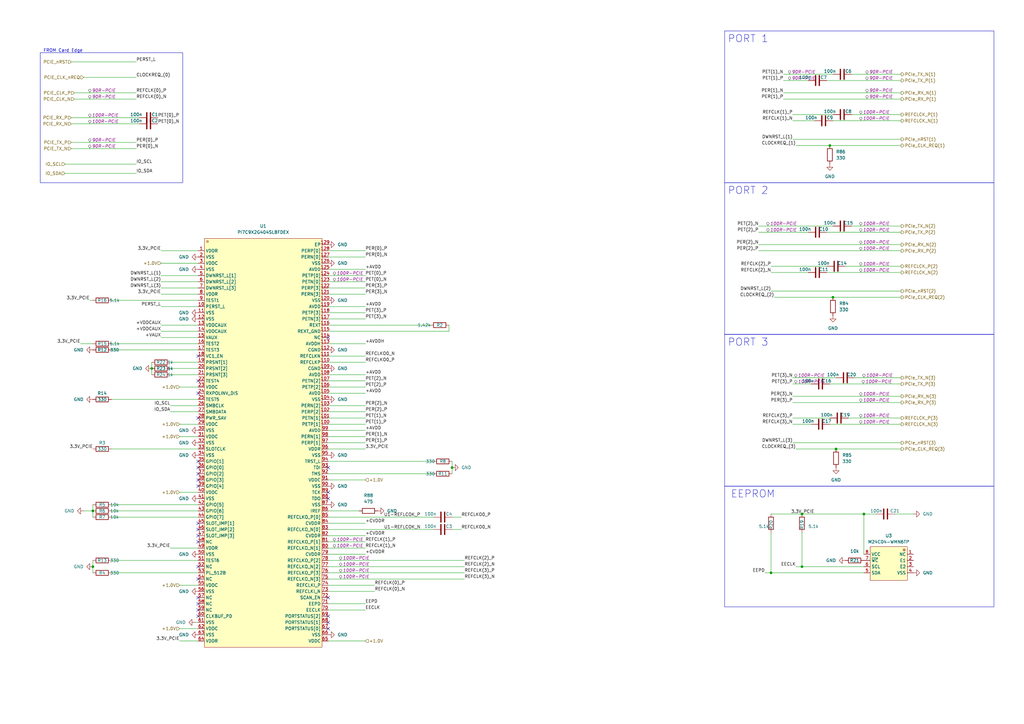
<source format=kicad_sch>
(kicad_sch (version 20230121) (generator eeschema)
  (paper "A3")
  (junction (at 508 71.12))
  (junction (at 516.89 71.12))
  (junction (at 537.21 114.3))
  (junction (at 586.74 95.25))
  (junction (at 354.33 210.82))
  (junction (at 593.09 95.25))
  (junction (at 533.4 123.19))
  (junction (at 504.19 123.19))
  (junction (at 500.38 114.3))
  (junction (at 546.1 71.12))
  (junction (at 605.79 95.25))
  (junction (at 519.43 130.81))
  (junction (at 511.81 123.19))
  (junction (at 552.45 123.19))
  (junction (at 341.63 121.92))
  (junction (at 568.96 71.12))
  (junction (at 539.75 130.81))
  (junction (at 328.93 232.41))
  (junction (at 558.8 130.81))
  (junction (at 508 114.3))
  (junction (at 500.38 105.41))
  (junction (at 342.9 184.15))
  (junction (at 546.1 78.74))
  (junction (at 508 78.74))
  (junction (at 62.23 151.13))
  (junction (at 533.4 130.81))
  (junction (at 340.36 59.69))
  (junction (at 552.45 130.81))
  (junction (at 568.96 78.74))
  (junction (at 38.1 232.41))
  (junction (at 523.24 114.3))
  (junction (at 586.74 102.87))
  (junction (at 546.1 130.81))
  (junction (at 504.19 130.81))
  (junction (at 515.62 78.74))
  (junction (at 539.75 78.74))
  (junction (at 599.44 69.85))
  (junction (at 38.1 209.55))
  (junction (at 539.75 123.19))
  (junction (at 612.14 95.25))
  (junction (at 527.05 123.19))
  (junction (at 527.05 130.81))
  (junction (at 558.8 123.19))
  (junction (at 515.62 105.41))
  (junction (at 539.75 71.12))
  (junction (at 599.44 95.25))
  (junction (at 546.1 123.19))
  (junction (at 500.38 71.12))
  (junction (at 496.57 130.81))
  (junction (at 508 105.41))
  (junction (at 605.79 102.87))
  (junction (at 565.15 123.19))
  (junction (at 519.43 123.19))
  (junction (at 515.62 71.12))
  (junction (at 580.39 95.25))
  (junction (at 185.42 191.77))
  (junction (at 593.09 102.87))
  (junction (at 511.81 130.81))
  (junction (at 530.86 105.41))
  (junction (at 599.44 102.87))
  (junction (at 500.38 78.74))
  (junction (at 530.86 114.3))
  (junction (at 316.23 234.95))
  (junction (at 328.93 210.82))
  (junction (at 523.24 78.74))
  (junction (at 515.62 114.3))
  (junction (at 523.24 105.41))
  (no_connect (at 81.28 156.21))
  (no_connect (at 81.28 237.49))
  (no_connect (at 134.62 257.81))
  (no_connect (at 81.28 196.85))
  (no_connect (at 81.28 189.23))
  (no_connect (at 81.28 146.05))
  (no_connect (at 81.28 222.25))
  (no_connect (at 134.62 255.27))
  (no_connect (at 81.28 232.41))
  (no_connect (at 134.62 252.73))
  (no_connect (at 81.28 217.17))
  (no_connect (at 81.28 161.29))
  (no_connect (at 134.62 138.43))
  (no_connect (at 81.28 250.19))
  (no_connect (at 134.62 204.47))
  (no_connect (at 81.28 219.71))
  (no_connect (at 81.28 199.39))
  (no_connect (at 81.28 247.65))
  (no_connect (at 134.62 191.77))
  (no_connect (at 81.28 252.73))
  (no_connect (at 134.62 245.11))
  (no_connect (at 81.28 214.63))
  (no_connect (at 81.28 245.11))
  (no_connect (at 81.28 194.31))
  (no_connect (at 81.28 191.77))
  (no_connect (at 81.28 171.45))
  (no_connect (at 134.62 201.93))
  (wire (pts (xy 134.62 212.09) (xy 177.8 212.09)))
  (wire (pts (xy 539.75 130.81) (xy 546.1 130.81)))
  (wire (pts (xy 599.44 71.12) (xy 599.44 69.85)))
  (wire (pts (xy 66.04 102.87) (xy 81.28 102.87)))
  (wire (pts (xy 325.12 165.1) (xy 369.57 165.1)))
  (wire (pts (xy 341.63 46.99) (xy 325.12 46.99)))
  (wire (pts (xy 55.88 71.12) (xy 26.67 71.12)))
  (wire (pts (xy 340.36 59.69) (xy 369.57 59.69)))
  (wire (pts (xy 341.63 30.48) (xy 321.31 30.48)))
  (wire (pts (xy 500.38 105.41) (xy 508 105.41)))
  (wire (pts (xy 487.68 130.81) (xy 496.57 130.81)))
  (wire (pts (xy 57.15 50.8) (xy 29.21 50.8)))
  (wire (pts (xy 341.63 121.92) (xy 369.57 121.92)))
  (wire (pts (xy 341.63 49.53) (xy 369.57 49.53)))
  (wire (pts (xy 69.85 153.67) (xy 81.28 153.67)))
  (wire (pts (xy 149.86 146.05) (xy 134.62 146.05)))
  (wire (pts (xy 558.8 123.19) (xy 565.15 123.19)))
  (wire (pts (xy 316.23 234.95) (xy 354.33 234.95)))
  (wire (pts (xy 586.74 95.25) (xy 593.09 95.25)))
  (wire (pts (xy 586.74 102.87) (xy 593.09 102.87)))
  (wire (pts (xy 66.04 120.65) (xy 81.28 120.65)))
  (wire (pts (xy 340.36 157.48) (xy 369.57 157.48)))
  (wire (pts (xy 69.85 148.59) (xy 81.28 148.59)))
  (wire (pts (xy 62.23 151.13) (xy 62.23 153.67)))
  (wire (pts (xy 153.67 242.57) (xy 134.62 242.57)))
  (wire (pts (xy 519.43 123.19) (xy 527.05 123.19)))
  (wire (pts (xy 504.19 123.19) (xy 511.81 123.19)))
  (wire (pts (xy 599.44 95.25) (xy 605.79 95.25)))
  (wire (pts (xy 149.86 224.79) (xy 134.62 224.79)))
  (wire (pts (xy 149.86 173.99) (xy 134.62 173.99)))
  (wire (pts (xy 73.66 257.81) (xy 81.28 257.81)))
  (wire (pts (xy 73.66 201.93) (xy 81.28 201.93)))
  (wire (pts (xy 354.33 210.82) (xy 359.41 210.82)))
  (wire (pts (xy 62.23 148.59) (xy 62.23 151.13)))
  (wire (pts (xy 331.47 33.02) (xy 321.31 33.02)))
  (wire (pts (xy 80.01 255.27) (xy 81.28 255.27)))
  (wire (pts (xy 331.47 111.76) (xy 316.23 111.76)))
  (wire (pts (xy 325.12 181.61) (xy 369.57 181.61)))
  (wire (pts (xy 45.72 229.87) (xy 81.28 229.87)))
  (wire (pts (xy 530.86 115.57) (xy 530.86 114.3)))
  (wire (pts (xy 134.62 184.15) (xy 149.86 184.15)))
  (wire (pts (xy 533.4 123.19) (xy 539.75 123.19)))
  (wire (pts (xy 190.5 232.41) (xy 134.62 232.41)))
  (wire (pts (xy 605.79 95.25) (xy 612.14 95.25)))
  (wire (pts (xy 73.66 173.99) (xy 81.28 173.99)))
  (wire (pts (xy 516.89 58.42) (xy 516.89 71.12)))
  (wire (pts (xy 317.5 121.92) (xy 341.63 121.92)))
  (wire (pts (xy 149.86 171.45) (xy 134.62 171.45)))
  (wire (pts (xy 515.62 105.41) (xy 523.24 105.41)))
  (wire (pts (xy 342.9 184.15) (xy 369.57 184.15)))
  (wire (pts (xy 45.72 234.95) (xy 81.28 234.95)))
  (wire (pts (xy 539.75 78.74) (xy 546.1 78.74)))
  (wire (pts (xy 580.39 95.25) (xy 586.74 95.25)))
  (wire (pts (xy 477.52 105.41) (xy 473.71 105.41)))
  (wire (pts (xy 149.86 102.87) (xy 134.62 102.87)))
  (wire (pts (xy 354.33 227.33) (xy 354.33 210.82)))
  (wire (pts (xy 515.62 114.3) (xy 523.24 114.3)))
  (wire (pts (xy 332.74 173.99) (xy 325.12 173.99)))
  (wire (pts (xy 342.9 154.94) (xy 325.12 154.94)))
  (wire (pts (xy 149.86 105.41) (xy 134.62 105.41)))
  (wire (pts (xy 33.02 140.97) (xy 38.1 140.97)))
  (wire (pts (xy 149.86 130.81) (xy 134.62 130.81)))
  (wire (pts (xy 149.86 166.37) (xy 134.62 166.37)))
  (wire (pts (xy 36.83 123.19) (xy 38.1 123.19)))
  (wire (pts (xy 134.62 133.35) (xy 176.53 133.35)))
  (wire (pts (xy 190.5 237.49) (xy 134.62 237.49)))
  (wire (pts (xy 593.09 95.25) (xy 599.44 95.25)))
  (wire (pts (xy 530.86 114.3) (xy 537.21 114.3)))
  (wire (pts (xy 149.86 161.29) (xy 134.62 161.29)))
  (wire (pts (xy 500.38 54.61) (xy 500.38 60.96)))
  (wire (pts (xy 504.19 130.81) (xy 511.81 130.81)))
  (wire (pts (xy 332.74 157.48) (xy 325.12 157.48)))
  (wire (pts (xy 605.79 102.87) (xy 612.14 102.87)))
  (wire (pts (xy 326.39 232.41) (xy 328.93 232.41)))
  (wire (pts (xy 339.09 33.02) (xy 369.57 33.02)))
  (wire (pts (xy 149.86 128.27) (xy 134.62 128.27)))
  (wire (pts (xy 527.05 130.81) (xy 533.4 130.81)))
  (wire (pts (xy 508 114.3) (xy 515.62 114.3)))
  (wire (pts (xy 530.86 113.03) (xy 530.86 114.3)))
  (wire (pts (xy 349.25 46.99) (xy 369.57 46.99)))
  (wire (pts (xy 34.29 31.75) (xy 55.88 31.75)))
  (wire (pts (xy 539.75 123.19) (xy 546.1 123.19)))
  (wire (pts (xy 134.62 135.89) (xy 184.15 135.89)))
  (wire (pts (xy 149.86 222.25) (xy 134.62 222.25)))
  (wire (pts (xy 73.66 158.75) (xy 81.28 158.75)))
  (wire (pts (xy 537.21 113.03) (xy 537.21 114.3)))
  (wire (pts (xy 339.09 111.76) (xy 369.57 111.76)))
  (wire (pts (xy 134.62 262.89) (xy 149.86 262.89)))
  (wire (pts (xy 325.12 162.56) (xy 369.57 162.56)))
  (wire (pts (xy 546.1 123.19) (xy 552.45 123.19)))
  (wire (pts (xy 185.42 189.23) (xy 185.42 191.77)))
  (wire (pts (xy 66.04 133.35) (xy 81.28 133.35)))
  (wire (pts (xy 38.1 209.55) (xy 38.1 212.09)))
  (wire (pts (xy 558.8 130.81) (xy 565.15 130.81)))
  (wire (pts (xy 334.01 49.53) (xy 325.12 49.53)))
  (wire (pts (xy 66.04 125.73) (xy 81.28 125.73)))
  (wire (pts (xy 149.86 214.63) (xy 134.62 214.63)))
  (wire (pts (xy 69.85 224.79) (xy 81.28 224.79)))
  (wire (pts (xy 29.21 58.42) (xy 55.88 58.42)))
  (wire (pts (xy 537.21 115.57) (xy 537.21 114.3)))
  (wire (pts (xy 73.66 179.07) (xy 81.28 179.07)))
  (wire (pts (xy 328.93 218.44) (xy 328.93 232.41)))
  (wire (pts (xy 55.88 67.31) (xy 26.67 67.31)))
  (wire (pts (xy 500.38 114.3) (xy 508 114.3)))
  (wire (pts (xy 571.5 72.39) (xy 571.5 71.12)))
  (wire (pts (xy 134.62 140.97) (xy 149.86 140.97)))
  (wire (pts (xy 190.5 229.87) (xy 134.62 229.87)))
  (wire (pts (xy 552.45 123.19) (xy 558.8 123.19)))
  (wire (pts (xy 593.09 102.87) (xy 599.44 102.87)))
  (wire (pts (xy 66.04 115.57) (xy 81.28 115.57)))
  (wire (pts (xy 316.23 119.38) (xy 369.57 119.38)))
  (wire (pts (xy 508 78.74) (xy 515.62 78.74)))
  (wire (pts (xy 66.04 113.03) (xy 81.28 113.03)))
  (wire (pts (xy 316.23 218.44) (xy 316.23 234.95)))
  (wire (pts (xy 313.69 234.95) (xy 316.23 234.95)))
  (wire (pts (xy 511.81 130.81) (xy 519.43 130.81)))
  (wire (pts (xy 568.96 58.42) (xy 568.96 60.96)))
  (wire (pts (xy 539.75 58.42) (xy 539.75 60.96)))
  (wire (pts (xy 331.47 95.25) (xy 311.15 95.25)))
  (wire (pts (xy 66.04 118.11) (xy 81.28 118.11)))
  (wire (pts (xy 45.72 143.51) (xy 81.28 143.51)))
  (wire (pts (xy 321.31 40.64) (xy 369.57 40.64)))
  (wire (pts (xy 523.24 114.3) (xy 530.86 114.3)))
  (wire (pts (xy 34.29 209.55) (xy 38.1 209.55)))
  (wire (pts (xy 29.21 60.96) (xy 55.88 60.96)))
  (wire (pts (xy 45.72 209.55) (xy 81.28 209.55)))
  (wire (pts (xy 500.38 78.74) (xy 508 78.74)))
  (wire (pts (xy 347.98 171.45) (xy 369.57 171.45)))
  (wire (pts (xy 189.23 217.17) (xy 185.42 217.17)))
  (wire (pts (xy 189.23 212.09) (xy 185.42 212.09)))
  (wire (pts (xy 134.62 217.17) (xy 177.8 217.17)))
  (wire (pts (xy 149.86 250.19) (xy 134.62 250.19)))
  (wire (pts (xy 66.04 135.89) (xy 81.28 135.89)))
  (wire (pts (xy 73.66 262.89) (xy 81.28 262.89)))
  (wire (pts (xy 149.86 227.33) (xy 134.62 227.33)))
  (wire (pts (xy 599.44 102.87) (xy 605.79 102.87)))
  (wire (pts (xy 599.44 69.85) (xy 599.44 58.42)))
  (wire (pts (xy 523.24 105.41) (xy 530.86 105.41)))
  (wire (pts (xy 45.72 123.19) (xy 81.28 123.19)))
  (wire (pts (xy 519.43 130.81) (xy 527.05 130.81)))
  (wire (pts (xy 515.62 71.12) (xy 516.89 71.12)))
  (wire (pts (xy 55.88 40.64) (xy 30.48 40.64)))
  (wire (pts (xy 500.38 115.57) (xy 500.38 114.3)))
  (wire (pts (xy 66.04 107.95) (xy 81.28 107.95)))
  (wire (pts (xy 45.72 140.97) (xy 81.28 140.97)))
  (wire (pts (xy 488.95 78.74) (xy 500.38 78.74)))
  (wire (pts (xy 574.04 72.39) (xy 571.5 72.39)))
  (wire (pts (xy 546.1 130.81) (xy 552.45 130.81)))
  (wire (pts (xy 487.68 105.41) (xy 500.38 105.41)))
  (wire (pts (xy 539.75 71.12) (xy 546.1 71.12)))
  (wire (pts (xy 149.86 125.73) (xy 134.62 125.73)))
  (wire (pts (xy 340.36 173.99) (xy 369.57 173.99)))
  (wire (pts (xy 149.86 247.65) (xy 134.62 247.65)))
  (wire (pts (xy 508 113.03) (xy 508 114.3)))
  (wire (pts (xy 45.72 212.09) (xy 81.28 212.09)))
  (wire (pts (xy 523.24 113.03) (xy 523.24 114.3)))
  (wire (pts (xy 149.86 118.11) (xy 134.62 118.11)))
  (wire (pts (xy 622.3 95.25) (xy 628.65 95.25)))
  (wire (pts (xy 177.8 194.31) (xy 134.62 194.31)))
  (wire (pts (xy 38.1 207.01) (xy 38.1 209.55)))
  (wire (pts (xy 45.72 163.83) (xy 81.28 163.83)))
  (wire (pts (xy 149.86 156.21) (xy 134.62 156.21)))
  (wire (pts (xy 552.45 130.81) (xy 558.8 130.81)))
  (wire (pts (xy 325.12 57.15) (xy 369.57 57.15)))
  (wire (pts (xy 339.09 109.22) (xy 316.23 109.22)))
  (wire (pts (xy 311.15 100.33) (xy 369.57 100.33)))
  (wire (pts (xy 45.72 184.15) (xy 81.28 184.15)))
  (wire (pts (xy 341.63 92.71) (xy 311.15 92.71)))
  (wire (pts (xy 149.86 176.53) (xy 134.62 176.53)))
  (wire (pts (xy 500.38 100.33) (xy 500.38 105.41)))
  (wire (pts (xy 149.86 181.61) (xy 134.62 181.61)))
  (wire (pts (xy 340.36 171.45) (xy 325.12 171.45)))
  (wire (pts (xy 530.86 105.41) (xy 537.21 105.41)))
  (wire (pts (xy 184.15 135.89) (xy 184.15 133.35)))
  (wire (pts (xy 69.85 168.91) (xy 81.28 168.91)))
  (wire (pts (xy 311.15 102.87) (xy 369.57 102.87)))
  (wire (pts (xy 177.8 189.23) (xy 134.62 189.23)))
  (wire (pts (xy 515.62 115.57) (xy 515.62 114.3)))
  (wire (pts (xy 134.62 196.85) (xy 149.86 196.85)))
  (wire (pts (xy 149.86 158.75) (xy 134.62 158.75)))
  (wire (pts (xy 69.85 151.13) (xy 81.28 151.13)))
  (wire (pts (xy 546.1 58.42) (xy 546.1 71.12)))
  (wire (pts (xy 69.85 166.37) (xy 81.28 166.37)))
  (wire (pts (xy 527.05 123.19) (xy 533.4 123.19)))
  (wire (pts (xy 523.24 115.57) (xy 523.24 114.3)))
  (wire (pts (xy 346.71 109.22) (xy 369.57 109.22)))
  (wire (pts (xy 57.15 48.26) (xy 29.21 48.26)))
  (wire (pts (xy 508 71.12) (xy 515.62 71.12)))
  (wire (pts (xy 38.1 232.41) (xy 38.1 234.95)))
  (wire (pts (xy 149.86 153.67) (xy 134.62 153.67)))
  (wire (pts (xy 328.93 210.82) (xy 354.33 210.82)))
  (wire (pts (xy 55.88 25.4) (xy 29.21 25.4)))
  (wire (pts (xy 374.65 210.82) (xy 367.03 210.82)))
  (wire (pts (xy 147.32 209.55) (xy 134.62 209.55)))
  (wire (pts (xy 149.86 120.65) (xy 134.62 120.65)))
  (wire (pts (xy 533.4 130.81) (xy 539.75 130.81)))
  (wire (pts (xy 38.1 229.87) (xy 38.1 232.41)))
  (wire (pts (xy 326.39 184.15) (xy 342.9 184.15)))
  (wire (pts (xy 571.5 71.12) (xy 568.96 71.12)))
  (wire (pts (xy 511.81 123.19) (xy 519.43 123.19)))
  (wire (pts (xy 149.86 168.91) (xy 134.62 168.91)))
  (wire (pts (xy 66.04 138.43) (xy 81.28 138.43)))
  (wire (pts (xy 349.25 92.71) (xy 369.57 92.71)))
  (wire (pts (xy 190.5 234.95) (xy 134.62 234.95)))
  (wire (pts (xy 321.31 38.1) (xy 369.57 38.1)))
  (wire (pts (xy 149.86 219.71) (xy 134.62 219.71)))
  (wire (pts (xy 149.86 179.07) (xy 134.62 179.07)))
  (wire (pts (xy 496.57 123.19) (xy 504.19 123.19)))
  (wire (pts (xy 516.89 71.12) (xy 523.24 71.12)))
  (wire (pts (xy 149.86 110.49) (xy 134.62 110.49)))
  (wire (pts (xy 153.67 240.03) (xy 134.62 240.03)))
  (wire (pts (xy 546.1 78.74) (xy 568.96 78.74)))
  (wire (pts (xy 185.42 191.77) (xy 185.42 194.31)))
  (wire (pts (xy 73.66 240.03) (xy 81.28 240.03)))
  (wire (pts (xy 500.38 71.12) (xy 508 71.12)))
  (wire (pts (xy 508 115.57) (xy 508 114.3)))
  (wire (pts (xy 55.88 38.1) (xy 30.48 38.1)))
  (wire (pts (xy 515.62 78.74) (xy 523.24 78.74)))
  (wire (pts (xy 350.52 154.94) (xy 369.57 154.94)))
  (wire (pts (xy 45.72 207.01) (xy 81.28 207.01)))
  (wire (pts (xy 580.39 92.71) (xy 580.39 95.25)))
  (wire (pts (xy 316.23 210.82) (xy 328.93 210.82)))
  (wire (pts (xy 496.57 130.81) (xy 504.19 130.81)))
  (wire (pts (xy 149.86 115.57) (xy 134.62 115.57)))
  (wire (pts (xy 339.09 95.25) (xy 369.57 95.25)))
  (wire (pts (xy 568.96 78.74) (xy 599.44 78.74)))
  (wire (pts (xy 326.39 59.69) (xy 340.36 59.69)))
  (wire (pts (xy 149.86 113.03) (xy 134.62 113.03)))
  (wire (pts (xy 328.93 232.41) (xy 354.33 232.41)))
  (wire (pts (xy 515.62 113.03) (xy 515.62 114.3)))
  (wire (pts (xy 580.39 102.87) (xy 586.74 102.87)))
  (wire (pts (xy 523.24 78.74) (xy 539.75 78.74)))
  (wire (pts (xy 500.38 113.03) (xy 500.38 114.3)))
  (wire (pts (xy 149.86 148.59) (xy 134.62 148.59)))
  (wire (pts (xy 508 105.41) (xy 515.62 105.41)))
  (wire (pts (xy 349.25 30.48) (xy 369.57 30.48)))
  (rectangle (start 297.18 137.16) (end 407.67 199.39))
  (rectangle (start 297.18 74.93) (end 407.67 137.16))
  (rectangle (start 297.18 199.39) (end 407.67 248.92))
  (rectangle (start 16.51 21.59) (end 74.93 74.93))
  (rectangle (start 297.18 12.7) (end 407.67 74.93))
  (rectangle (start 462.28 40.64) (end 637.54 135.89))
  (text "PORT 2" (at 298.45 80.01 0) (effects (font (size 3 3)) (justify left bottom)))
  (text "PORT 3" (at 298.45 142.24 0) (effects (font (size 3 3)) (justify left bottom)))
  (text "EEPROM" (at 299.72 204.47 0) (effects (font (size 3 3)) (justify left bottom)))
  (text "Power Filtering\n" (at 467.36 48.26 0) (effects (font (size 3 3)) (justify left bottom)))
  (text "PORT 1" (at 298.45 17.78 0) (effects (font (size 3 3)) (justify left bottom)))
  (text "FROM Card Edge\n" (at 17.78 21.59 0) (effects (font (size 1.27 1.27)) (justify left bottom)))
  (label "PET(1)_N" (at 149.86 171.45 0))
  (label "REFCLK(1)_N" (at 325.12 49.53 180))
  (label "REFCLK(2)_P" (at 190.5 229.87 0))
  (label "PET(3)_N" (at 149.86 130.81 0))
  (label "DWNRST_L(2)" (at 66.04 115.57 180))
  (label "+CVDDR" (at 149.86 214.63 0))
  (label "PER(0)_N" (at 149.86 105.41 0))
  (label "DWNRST_L(2)" (at 316.23 119.38 180))
  (label "+VDDCAUX" (at 66.04 135.89 180))
  (label "3.3V_PCIE" (at 568.96 58.42 180))
  (label "PER(0)_N" (at 55.88 60.96 0))
  (label "REFCLK(2)_N" (at 190.5 232.41 0))
  (label "PERST_L" (at 55.88 25.4 0))
  (label "+AVDD" (at 149.86 176.53 0))
  (label "IO_SCL" (at 55.88 67.31 0))
  (label "PET(2)_P" (at 311.15 95.25 180))
  (label "DWNRST_L(3)" (at 66.04 118.11 180))
  (label "REFCLKO0_P" (at 189.23 212.09 0))
  (label "PET(0)_N" (at 64.77 50.8 0))
  (label "PET(1)_P" (at 149.86 173.99 0))
  (label "3.3V_PCIE" (at 334.01 210.82 180))
  (label "PET(2)_N" (at 149.86 156.21 0))
  (label "PER(3)_N" (at 325.12 162.56 180))
  (label "REFCLK(0)_N" (at 153.67 242.57 0))
  (label "+AVDD" (at 149.86 125.73 0))
  (label "REFCLKO0_P" (at 149.86 148.59 0))
  (label "PER(0)_P" (at 149.86 102.87 0))
  (label "PER(3)_P" (at 325.12 165.1 180))
  (label "REFCLK(3)_N" (at 325.12 173.99 180))
  (label "3.3V_PCIE" (at 609.6 69.85 0))
  (label "CLOCKREQ_(0)" (at 55.88 31.75 0))
  (label "3.3V_PCIE" (at 38.1 184.15 180))
  (label "PER(1)_N" (at 149.86 179.07 0))
  (label "+AVDD" (at 580.39 92.71 0))
  (label "EECLK" (at 326.39 232.41 180))
  (label "REFCLK(0)_P" (at 55.88 38.1 0))
  (label "EEPD" (at 149.86 247.65 0))
  (label "U1-REFLCOK_N" (at 157.48 217.17 0))
  (label "PET(1)_P" (at 321.31 33.02 180))
  (label "REFCLK(2)_N" (at 316.23 111.76 180))
  (label "+AVDDH" (at 149.86 140.97 0))
  (label "3.3V_PCIE" (at 500.38 100.33 180))
  (label "PET(0)_N" (at 149.86 115.57 0))
  (label "DWNRST_L(1)" (at 66.04 113.03 180))
  (label "CLOCKREQ_(2)" (at 317.5 121.92 180))
  (label "REFCLK(2)_P" (at 316.23 109.22 180))
  (label "3.3V_PCIE" (at 73.66 262.89 180))
  (label "3.3V_PCIE" (at 69.85 224.79 180))
  (label "PER(0)_P" (at 55.88 58.42 0))
  (label "+CVDDR" (at 149.86 227.33 0))
  (label "+AVDD" (at 149.86 161.29 0))
  (label "PER(2)_N" (at 149.86 166.37 0))
  (label "3.3V_PCIE" (at 500.38 54.61 180))
  (label "CLOCKREQ_(1)" (at 326.39 59.69 180))
  (label "+VAUX" (at 66.04 138.43 180))
  (label "REFCLK(1)_P" (at 149.86 222.25 0))
  (label "PER(1)_N" (at 321.31 38.1 180))
  (label "PER(2)_P" (at 311.15 102.87 180))
  (label "REFCLKO0_N" (at 149.86 146.05 0))
  (label "3.3V_PCIE" (at 149.86 184.15 0))
  (label "+VAUX" (at 599.44 58.42 0))
  (label "PER(1)_P" (at 321.31 40.64 180))
  (label "REFCLK(3)_N" (at 190.5 237.49 0))
  (label "PER(1)_P" (at 149.86 181.61 0))
  (label "PERST_L" (at 66.04 125.73 180))
  (label "REFCLK(0)_P" (at 153.67 240.03 0))
  (label "DWNRST_L(3)" (at 325.12 181.61 180))
  (label "+AVDD" (at 149.86 153.67 0))
  (label "+CVDDR" (at 149.86 219.71 0))
  (label "+VDDCAUX" (at 66.04 133.35 180))
  (label "PET(0)_P" (at 64.77 48.26 0))
  (label "3.3V_PCIE" (at 33.02 140.97 180))
  (label "IO_SCL" (at 69.85 166.37 180))
  (label "+AVDD" (at 149.86 110.49 0))
  (label "3.3V_PCIE" (at 66.04 120.65 180))
  (label "REFCLK(3)_P" (at 325.12 171.45 180))
  (label "PER(2)_N" (at 311.15 100.33 180))
  (label "IO_SDA" (at 55.88 71.12 0))
  (label "+AVDDH" (at 574.04 72.39 0))
  (label "EEPD" (at 313.69 234.95 180))
  (label "REFCLK(1)_N" (at 149.86 224.79 0))
  (label "PET(2)_N" (at 311.15 92.71 180))
  (label "PET(3)_N" (at 325.12 154.94 180))
  (label "PER(3)_P" (at 149.86 118.11 0))
  (label "+CVDDR" (at 516.89 58.42 0))
  (label "CLOCKREQ_(3)" (at 326.39 184.15 180))
  (label "DWNRST_L(1)" (at 325.12 57.15 180))
  (label "PER(2)_P" (at 149.86 168.91 0))
  (label "3.3V_PCIE" (at 66.04 102.87 180))
  (label "PET(0)_P" (at 149.86 113.03 0))
  (label "PET(2)_P" (at 149.86 158.75 0))
  (label "REFCLK(1)_P" (at 325.12 46.99 180))
  (label "IO_SDA" (at 69.85 168.91 180))
  (label "PET(1)_N" (at 321.31 30.48 180))
  (label "+VDDCAUX" (at 546.1 58.42 0))
  (label "U1-REFLCOK_P" (at 157.48 212.09 0))
  (label "REFCLK(0)_N" (at 55.88 40.64 0))
  (label "3.3V_PCIE" (at 36.83 123.19 180))
  (label "PET(3)_P" (at 149.86 128.27 0))
  (label "EECLK" (at 149.86 250.19 0))
  (label "PER(3)_N" (at 149.86 120.65 0))
  (label "REFCLKO0_N" (at 189.23 217.17 0))
  (label "REFCLK(3)_P" (at 190.5 234.95 0))
  (label "PET(3)_P" (at 325.12 157.48 180))
  (hierarchical_label "+3.3V" (shape input) (at 473.71 105.41 180))
  (hierarchical_label "+1.0V" (shape input) (at 149.86 262.89 0))
  (hierarchical_label "PCIe_nRST(1)" (shape output) (at 369.57 57.15 0))
  (hierarchical_label "+1.0V" (shape input) (at 73.66 257.81 180))
  (hierarchical_label "+1.0V" (shape input) (at 539.75 58.42 90))
  (hierarchical_label "PCIe_RX_P(3)" (shape output) (at 369.57 165.1 0))
  (hierarchical_label "PCIE_RX_P" (shape input) (at 29.21 48.26 180))
  (hierarchical_label "+1.0V" (shape input) (at 73.66 173.99 180))
  (hierarchical_label "PCIe_TX_P(2)" (shape output) (at 369.57 95.25 0))
  (hierarchical_label "+1.0V" (shape input) (at 149.86 196.85 0))
  (hierarchical_label "PCIe_nRST(2)" (shape output) (at 369.57 119.38 0))
  (hierarchical_label "PCIe_TX_N(1)" (shape output) (at 369.57 30.48 0))
  (hierarchical_label "+1.0V" (shape input) (at 66.04 107.95 180))
  (hierarchical_label "+1.0V" (shape input) (at 73.66 201.93 180))
  (hierarchical_label "PCIe_CLK_REQ(3)" (shape output) (at 369.57 184.15 0))
  (hierarchical_label "PCIE_nRST" (shape input) (at 29.21 25.4 180))
  (hierarchical_label "PCIe_CLK_REQ(1)" (shape output) (at 369.57 59.69 0))
  (hierarchical_label "+1.0V" (shape input) (at 487.68 130.81 180))
  (hierarchical_label "+1.0V" (shape input) (at 628.65 95.25 0))
  (hierarchical_label "PCIe_RX_N(3)" (shape output) (at 369.57 162.56 0))
  (hierarchical_label "REFCLCK_N(3)" (shape output) (at 369.57 173.99 0))
  (hierarchical_label "PCIE_CLK_P" (shape input) (at 30.48 38.1 180))
  (hierarchical_label "+1.0V" (shape input) (at 73.66 179.07 180))
  (hierarchical_label "REFCLCK_N(2)" (shape output) (at 369.57 111.76 0))
  (hierarchical_label "IO_SDA" (shape input) (at 26.67 71.12 180))
  (hierarchical_label "PCIE_TX_P" (shape input) (at 29.21 58.42 180))
  (hierarchical_label "REFCLCK_P(3)" (shape output) (at 369.57 171.45 0))
  (hierarchical_label "PCIe_RX_N(2)" (shape output) (at 369.57 100.33 0))
  (hierarchical_label "PCIE_RX_N" (shape input) (at 29.21 50.8 180))
  (hierarchical_label "IO_SCL" (shape input) (at 26.67 67.31 180))
  (hierarchical_label "PCIe_CLK_REQ(2)" (shape output) (at 369.57 121.92 0))
  (hierarchical_label "PCIe_TX_N(2)" (shape output) (at 369.57 92.71 0))
  (hierarchical_label "PCIe_RX_P(1)" (shape output) (at 369.57 40.64 0))
  (hierarchical_label "REFCLCK_P(1)" (shape output) (at 369.57 46.99 0))
  (hierarchical_label "PCIE_TX_N" (shape input) (at 29.21 60.96 180))
  (hierarchical_label "PCIe_TX_P(1)" (shape output) (at 369.57 33.02 0))
  (hierarchical_label "PCIe_RX_N(1)" (shape output) (at 369.57 38.1 0))
  (hierarchical_label "PCIe_RX_P(2)" (shape output) (at 369.57 102.87 0))
  (hierarchical_label "REFCLCK_P(2)" (shape output) (at 369.57 109.22 0))
  (hierarchical_label "PCIE_CLK_N" (shape input) (at 30.48 40.64 180))
  (hierarchical_label "+1.0V" (shape input) (at 73.66 158.75 180))
  (hierarchical_label "PCIe_nRST(3)" (shape output) (at 369.57 181.61 0))
  (hierarchical_label "REFCLCK_N(1)" (shape output) (at 369.57 49.53 0))
  (hierarchical_label "PCIe_TX_P(3)" (shape output) (at 369.57 157.48 0))
  (hierarchical_label "+1.0V" (shape input) (at 73.66 240.03 180))
  (hierarchical_label "PCIe_TX_N(3)" (shape output) (at 369.57 154.94 0))
  (hierarchical_label "PCIE_CLK_nREQ" (shape input) (at 34.29 31.75 180))
  (netclass_flag "" (length 1) (shape round) (at 355.6 38.1 0) (property "Netclass" "90R-PCIE" (at 356.489 37.1 0) (effects (font italic) (justify left))))
  (netclass_flag "" (length 1) (shape round) (at 139.7 234.95 0) (property "Netclass" "100R-PCIE" (at 140.589 233.95 0) (effects (font italic) (justify left))))
  (netclass_flag "" (length 1) (shape round) (at 353.06 109.22 0) (property "Netclass" "100R-PCIE" (at 353.949 108.22 0) (effects (font italic) (justify left))))
  (netclass_flag "" (length 1) (shape round) (at 139.7 237.49 0) (property "Netclass" "100R-PCIE" (at 140.589 236.49 0) (effects (font italic) (justify left))))
  (netclass_flag "" (length 1) (shape round) (at 139.7 229.87 0) (property "Netclass" "100R-PCIE" (at 140.589 228.87 0) (effects (font italic) (justify left))))
  (netclass_flag "" (length 1) (shape round) (at 353.06 165.1 0) (property "Netclass" "100R-PCIE" (at 353.949 164.1 0) (effects (font italic) (justify left))))
  (netclass_flag "" (length 1) (shape round) (at 36.83 60.96 0) (property "Netclass" "90R-PCIE" (at 37.719 59.96 0) (effects (font italic) (justify left))))
  (netclass_flag "" (length 1) (shape round) (at 355.6 33.02 0) (property "Netclass" "90R-PCIE" (at 356.489 32.02 0) (effects (font italic) (justify left))))
  (netclass_flag "" (length 1) (shape round) (at 137.16 113.03 0) (property "Netclass" "100R-PCIE" (at 138.049 112.03 0) (effects (font italic) (justify left))))
  (netclass_flag "" (length 1) (shape round) (at 139.7 232.41 0) (property "Netclass" "100R-PCIE" (at 140.589 231.41 0) (effects (font italic) (justify left))))
  (netclass_flag "" (length 1) (shape round) (at 353.06 49.53 0) (property "Netclass" "100R-PCIE" (at 353.949 48.53 0) (effects (font italic) (justify left))))
  (netclass_flag "" (length 1) (shape round) (at 323.85 30.48 0) (property "Netclass" "90R-PCIE" (at 324.739 29.48 0) (effects (font italic) (justify left))))
  (netclass_flag "" (length 1) (shape round) (at 353.06 92.71 0) (property "Netclass" "100R-PCIE" (at 353.949 91.71 0) (effects (font italic) (justify left))))
  (netclass_flag "" (length 1) (shape round) (at 323.85 33.02 0) (property "Netclass" "90R-PCIE" (at 324.739 32.02 0) (effects (font italic) (justify left))))
  (netclass_flag "" (length 1) (shape round) (at 137.16 224.79 0) (property "Netclass" "100R-PCIE" (at 138.049 223.79 0) (effects (font italic) (justify left))))
  (netclass_flag "" (length 1) (shape round) (at 353.06 171.45 0) (property "Netclass" "100R-PCIE" (at 353.949 170.45 0) (effects (font italic) (justify left))))
  (netclass_flag "" (length 1) (shape round) (at 353.06 100.33 0) (property "Netclass" "100R-PCIE" (at 353.949 99.33 0) (effects (font italic) (justify left))))
  (netclass_flag "" (length 1) (shape round) (at 36.83 58.42 0) (property "Netclass" "90R-PCIE" (at 37.719 57.42 0) (effects (font italic) (justify left))))
  (netclass_flag "" (length 1) (shape round) (at 36.83 50.8 0) (property "Netclass" "100R-PCIE" (at 37.719 49.8 0) (effects (font italic) (justify left))))
  (netclass_flag "" (length 1) (shape round) (at 353.06 162.56 0) (property "Netclass" "100R-PCIE" (at 353.949 161.56 0) (effects (font italic) (justify left))))
  (netclass_flag "" (length 1) (shape round) (at 36.83 38.1 0) (property "Netclass" "90R-PCIE" (at 37.719 37.1 0) (effects (font italic) (justify left))))
  (netclass_flag "" (length 1) (shape round) (at 36.83 48.26 0) (property "Netclass" "100R-PCIE" (at 37.719 47.26 0) (effects (font italic) (justify left))))
  (netclass_flag "" (length 1) (shape round) (at 137.16 222.25 0) (property "Netclass" "100R-PCIE" (at 138.049 221.25 0) (effects (font italic) (justify left))))
  (netclass_flag "" (length 1) (shape round) (at 353.06 102.87 0) (property "Netclass" "100R-PCIE" (at 353.949 101.87 0) (effects (font italic) (justify left))))
  (netclass_flag "" (length 1) (shape round) (at 137.16 115.57 0) (property "Netclass" "100R-PCIE" (at 138.049 114.57 0) (effects (font italic) (justify left))))
  (netclass_flag "" (length 1) (shape round) (at 326.39 157.48 0) (property "Netclass" "100R-PCIE" (at 327.279 156.48 0) (effects (font italic) (justify left))))
  (netclass_flag "" (length 1) (shape round) (at 314.96 92.71 0) (property "Netclass" "100R-PCIE" (at 315.849 91.71 0) (effects (font italic) (justify left))))
  (netclass_flag "" (length 1) (shape round) (at 353.06 46.99 0) (property "Netclass" "100R-PCIE" (at 353.949 45.99 0) (effects (font italic) (justify left))))
  (netclass_flag "" (length 1) (shape round) (at 355.6 30.48 0) (property "Netclass" "90R-PCIE" (at 356.489 29.48 0) (effects (font italic) (justify left))))
  (netclass_flag "" (length 1) (shape round) (at 353.06 95.25 0) (property "Netclass" "100R-PCIE" (at 353.949 94.25 0) (effects (font italic) (justify left))))
  (netclass_flag "" (length 1) (shape round) (at 353.06 111.76 0) (property "Netclass" "100R-PCIE" (at 353.949 110.76 0) (effects (font italic) (justify left))))
  (netclass_flag "" (length 1) (shape round) (at 354.039 157.48 0) (property "Netclass" "100R-PCIE" (at 354.928 156.48 0) (effects (font italic) (justify left))))
  (netclass_flag "" (length 1) (shape round) (at 354.33 154.94 0) (property "Netclass" "100R-PCIE" (at 355.219 153.94 0) (effects (font italic) (justify left))))
  (netclass_flag "" (length 1) (shape round) (at 353.06 173.99 0) (property "Netclass" "100R-PCIE" (at 353.949 172.99 0) (effects (font italic) (justify left))))
  (netclass_flag "" (length 1) (shape round) (at 326.39 154.94 0) (property "Netclass" "100R-PCIE" (at 327.279 153.94 0) (effects (font italic) (justify left))))
  (netclass_flag "" (length 1) (shape round) (at 36.83 40.64 0) (property "Netclass" "90R-PCIE" (at 37.719 39.64 0) (effects (font italic) (justify left))))
  (netclass_flag "" (length 1) (shape round) (at 314.96 95.25 0) (property "Netclass" "100R-PCIE" (at 315.849 94.25 0) (effects (font italic) (justify left))))
  (netclass_flag "" (length 1) (shape round) (at 355.6 40.64 0) (property "Netclass" "90R-PCIE" (at 356.489 39.64 0) (effects (font italic) (justify left))))
  (symbol (lib_id "power:GND") (at 342.9 191.77 0) (unit 1)
    (property "Reference" "#PWR0153" (effects hide))
    (property "Value" "GND" (at 342.9 196.85 0))
    (instances (project "PCIE_SWITCH" (path "" (reference "#PWR0153") (unit 1)) (path "" (reference "#PWR037") (unit 1))) (project "CM4IOv5" (path "" (reference "#PWR0153") (unit 1))))
  )
  (symbol (lib_id "power:GND") (at 134.62 199.39 90) (unit 1)
    (property "Reference" "#PWR029" (effects hide))
    (property "Value" "GND" (at 138.43 199.39 90) (effects (justify right)))
    (instances (project "PCIE_SWITCH" (path "" (reference "#PWR029") (unit 1)) (path "" (reference "#PWR026") (unit 1))) (project "CM4IOv5" (path "" (reference "#PWR029") (unit 1))))
  )
  (symbol (lib_id "power:GND") (at 81.28 204.47 270) (unit 1)
    (property "Reference" "#PWR017" (effects hide))
    (property "Value" "GND" (at 77.47 204.47 90) (effects (justify right)))
    (instances (project "PCIE_SWITCH" (path "" (reference "#PWR017") (unit 1)) (path "" (reference "#PWR015") (unit 1))) (project "CM4IOv5" (path "" (reference "#PWR017") (unit 1))))
  )
  (symbol (lib_id "Device:C") (at 181.61 217.17 90) (unit 1)
    (property "Reference" "C3" (at 184.15 215.9 90))
    (property "Value" "100n" (at 176.53 215.9 90))
    (property "Footprint" "Capacitor_SMD:C_0402_1005Metric" (effects hide))
    (property "Datasheet" "https://datasheet.lcsc.com/lcsc/2304140030_YAGEO-CC0402KRX7R6BB104_C309458.pdf" (effects hide))
    (property "LCSC Part" "C309458" (effects hide))
    (property "Part Description" "10V 100nF X7R ±10% 0402 Multilayer Ceramic Capacitors MLCC - SMD/SMT ROHS" (effects hide))
    (instances (project "PCIE_SWITCH" (path "" (reference "C3") (unit 1)) (path "" (reference "C8") (unit 1))) (project "CM4IOv5" (path "" (reference "C3") (unit 1))))
  )
  (symbol (lib_id "Device:R") (at 41.91 212.09 270) (unit 1)
    (property "Reference" "R7" (at 41.91 212.09 90))
    (property "Value" "10k" (at 46.99 212.09 90))
    (property "Footprint" "Resistor_SMD:R_0402_1005Metric" (effects hide))
    (property "LCSC Part" "C25744" (effects hide))
    (instances (project "PCIE_SWITCH" (path "" (reference "R7") (unit 1)) (path "" (reference "R9") (unit 1))) (project "CM4IOv5" (path "" (reference "R7") (unit 1))))
  )
  (symbol (lib_id "power:GND") (at 134.62 260.35 90) (unit 1)
    (property "Reference" "#PWR031" (effects hide))
    (property "Value" "GND" (at 138.43 260.35 90) (effects (justify right)))
    (instances (project "PCIE_SWITCH" (path "" (reference "#PWR031") (unit 1)) (path "" (reference "#PWR028") (unit 1))) (project "CM4IOv5" (path "" (reference "#PWR031") (unit 1))))
  )
  (symbol (lib_id "Device:C") (at 599.44 74.93 0) (unit 1)
    (property "Reference" "C71" (at 595.63 72.39 0) (effects (justify left)))
    (property "Value" "100n" (at 600.71 77.47 0) (effects (justify left)))
    (property "Footprint" "Capacitor_SMD:C_0402_1005Metric" (effects hide))
    (property "Datasheet" "https://datasheet.lcsc.com/lcsc/2304140030_YAGEO-CC0402KRX7R6BB104_C309458.pdf" (effects hide))
    (property "LCSC Part" "C309458" (effects hide))
    (property "Part Description" "10V 100nF X7R ±10% 0402 Multilayer Ceramic Capacitors MLCC - SMD/SMT ROHS" (effects hide))
    (instances (project "PCIE_SWITCH" (path "" (reference "C71") (unit 1)) (path "" (reference "C32") (unit 1))) (project "CM4IOv5" (path "" (reference "C71") (unit 1))))
  )
  (symbol (lib_id "Device:R") (at 341.63 125.73 0) (unit 1)
    (property "Reference" "R84" (at 344.17 124.46 0) (effects (justify left)))
    (property "Value" "330" (at 344.17 127 0) (effects (justify left)))
    (property "Footprint" "Resistor_SMD:R_0402_1005Metric" (effects hide))
    (instances (project "PCIE_SWITCH" (path "" (reference "R84") (unit 1)) (path "" (reference "R22") (unit 1))) (project "CM4IOv5" (path "" (reference "R84") (unit 1))))
  )
  (symbol (lib_id "Device:C") (at 504.19 127 0) (unit 1)
    (property "Reference" "C29" (at 500.38 124.46 0) (effects (justify left)))
    (property "Value" "100n" (at 505.46 129.54 0) (effects (justify left)))
    (property "Footprint" "Capacitor_SMD:C_0402_1005Metric" (effects hide))
    (property "Datasheet" "https://datasheet.lcsc.com/lcsc/2304140030_YAGEO-CC0402KRX7R6BB104_C309458.pdf" (effects hide))
    (property "LCSC Part" "C309458" (effects hide))
    (property "Part Description" "10V 100nF X7R ±10% 0402 Multilayer Ceramic Capacitors MLCC - SMD/SMT ROHS" (effects hide))
    (instances (project "PCIE_SWITCH" (path "" (reference "C29") (unit 1)) (path "" (reference "C6") (unit 1))) (project "CM4IOv5" (path "" (reference "C29") (unit 1))))
  )
  (symbol (lib_id "Device:C") (at 335.28 95.25 90) (unit 1)
    (property "Reference" "C10" (at 337.82 93.98 90))
    (property "Value" "100n" (at 330.2 93.98 90))
    (property "Footprint" "Capacitor_SMD:C_0402_1005Metric" (effects hide))
    (property "Datasheet" "https://datasheet.lcsc.com/lcsc/2304140030_YAGEO-CC0402KRX7R6BB104_C309458.pdf" (effects hide))
    (property "LCSC Part" "C309458" (effects hide))
    (property "Part Description" "10V 100nF X7R ±10% 0402 Multilayer Ceramic Capacitors MLCC - SMD/SMT ROHS" (effects hide))
    (instances (project "PCIE_SWITCH" (path "" (reference "C10") (unit 1)) (path "" (reference "C37") (unit 1))) (project "CM4IOv5" (path "" (reference "C10") (unit 1))))
  )
  (symbol (lib_id "Device:C") (at 335.28 33.02 90) (unit 1)
    (property "Reference" "C7" (at 337.82 31.75 90))
    (property "Value" "100n" (at 330.2 31.75 90))
    (property "Footprint" "Capacitor_SMD:C_0402_1005Metric" (effects hide))
    (property "Datasheet" "https://datasheet.lcsc.com/lcsc/2304140030_YAGEO-CC0402KRX7R6BB104_C309458.pdf" (effects hide))
    (property "LCSC Part" "C309458" (effects hide))
    (property "Part Description" "10V 100nF X7R ±10% 0402 Multilayer Ceramic Capacitors MLCC - SMD/SMT ROHS" (effects hide))
    (instances (project "PCIE_SWITCH" (path "" (reference "C7") (unit 1)) (path "" (reference "C36") (unit 1))) (project "CM4IOv5" (path "" (reference "C7") (unit 1))))
  )
  (symbol (lib_id "Device:R") (at 181.61 194.31 90) (unit 1)
    (property "Reference" "R11" (at 181.61 194.31 90))
    (property "Value" "330" (at 176.53 194.31 90))
    (property "Footprint" "Resistor_SMD:R_0402_1005Metric" (effects hide))
    (property "LCSC Part" "C25104" (effects hide))
    (instances (project "PCIE_SWITCH" (path "" (reference "R11") (unit 1)) (path "" (reference "R18") (unit 1))) (project "CM4IOv5" (path "" (reference "R11") (unit 1))))
  )
  (symbol (lib_id "power:GND") (at 488.95 78.74 270) (unit 1)
    (property "Reference" "#PWR013" (effects hide))
    (property "Value" "GND" (at 485.14 78.74 90) (effects (justify right)))
    (instances (project "PCIE_SWITCH" (path "" (reference "#PWR013") (unit 1)) (path "" (reference "#PWR030") (unit 1))) (project "CM4IOv5" (path "" (reference "#PWR013") (unit 1))))
  )
  (symbol (lib_id "Device:R") (at 180.34 133.35 90) (unit 1)
    (property "Reference" "R2" (at 180.34 133.35 90))
    (property "Value" "1.42k" (at 173.99 133.35 90))
    (property "Footprint" "Resistor_SMD:R_0402_1005Metric" (effects hide))
    (property "LCSC Part" "C25744" (effects hide))
    (instances (project "PCIE_SWITCH" (path "" (reference "R2") (unit 1)) (path "" (reference "R16") (unit 1))) (project "CM4IOv5" (path "" (reference "R2") (unit 1))))
  )
  (symbol (lib_id "Device:C") (at 346.71 154.94 90) (unit 1)
    (property "Reference" "C20" (at 349.25 153.67 90))
    (property "Value" "100n" (at 341.63 153.67 90))
    (property "Footprint" "Capacitor_SMD:C_0402_1005Metric" (effects hide))
    (property "Datasheet" "https://datasheet.lcsc.com/lcsc/2304140030_YAGEO-CC0402KRX7R6BB104_C309458.pdf" (effects hide))
    (property "LCSC Part" "C309458" (effects hide))
    (property "Part Description" "10V 100nF X7R ±10% 0402 Multilayer Ceramic Capacitors MLCC - SMD/SMT ROHS" (effects hide))
    (instances (project "PCIE_SWITCH" (path "" (reference "C20") (unit 1)) (path "" (reference "C47") (unit 1))) (project "CM4IOv5" (path "" (reference "C20") (unit 1))))
  )
  (symbol (lib_id "Device:C") (at 546.1 74.93 0) (unit 1)
    (property "Reference" "C69" (at 542.29 72.39 0) (effects (justify left)))
    (property "Value" "100n" (at 547.37 77.47 0) (effects (justify left)))
    (property "Footprint" "Capacitor_SMD:C_0402_1005Metric" (effects hide))
    (property "Datasheet" "https://datasheet.lcsc.com/lcsc/2304140030_YAGEO-CC0402KRX7R6BB104_C309458.pdf" (effects hide))
    (property "LCSC Part" "C309458" (effects hide))
    (property "Part Description" "10V 100nF X7R ±10% 0402 Multilayer Ceramic Capacitors MLCC - SMD/SMT ROHS" (effects hide))
    (instances (project "PCIE_SWITCH" (path "" (reference "C69") (unit 1)) (path "" (reference "C23") (unit 1))) (project "CM4IOv5" (path "" (reference "C69") (unit 1))))
  )
  (symbol (lib_id "Device:C") (at 565.15 127 0) (unit 1)
    (property "Reference" "C57" (at 561.34 124.46 0) (effects (justify left)))
    (property "Value" "10u" (at 566.42 129.54 0) (effects (justify left)))
    (property "Footprint" "Capacitor_SMD:C_0402_1005Metric" (effects hide))
    (property "Datasheet" "https://datasheet.lcsc.com/lcsc/2312201433_Samsung-Electro-Mechanics-CL05A106MP5NUNC_C315248.pdf" (effects hide))
    (property "LCSC Part" "C315248" (effects hide))
    (property "Part Description" "10V 10uF X5R ±20% 0402 Multilayer Ceramic Capacitors MLCC - SMD/SMT ROHS" (effects hide))
    (instances (project "PCIE_SWITCH" (path "" (reference "C57") (unit 1)) (path "" (reference "C27") (unit 1))) (project "CM4IOv5" (path "" (reference "C57") (unit 1))))
  )
  (symbol (lib_id "power:GND") (at 599.44 102.87 0) (unit 1)
    (property "Reference" "#PWR0141" (effects hide))
    (property "Value" "GND" (at 599.44 107.95 0))
    (instances (project "PCIE_SWITCH" (path "" (reference "#PWR0141") (unit 1)) (path "" (reference "#PWR034") (unit 1))) (project "CM4IOv5" (path "" (reference "#PWR0141") (unit 1))))
  )
  (symbol (lib_id "power:GND") (at 346.71 229.87 270) (unit 1)
    (property "Reference" "#PWR010" (effects hide))
    (property "Value" "GND" (at 342.9 229.87 90) (effects (justify right)))
    (instances (project "PCIE_SWITCH" (path "" (reference "#PWR010") (unit 1)) (path "" (reference "#PWR038") (unit 1))) (project "CM4IOv5" (path "" (reference "#PWR010") (unit 1))))
  )
  (symbol (lib_id "Device:C") (at 337.82 49.53 90) (unit 1)
    (property "Reference" "C9" (at 340.36 48.26 90))
    (property "Value" "100n" (at 332.74 48.26 90))
    (property "Footprint" "Capacitor_SMD:C_0402_1005Metric" (effects hide))
    (property "Datasheet" "https://datasheet.lcsc.com/lcsc/2304140030_YAGEO-CC0402KRX7R6BB104_C309458.pdf" (effects hide))
    (property "LCSC Part" "C309458" (effects hide))
    (property "Part Description" "10V 100nF X7R ±10% 0402 Multilayer Ceramic Capacitors MLCC - SMD/SMT ROHS" (effects hide))
    (instances (project "PCIE_SWITCH" (path "" (reference "C9") (unit 1)) (path "" (reference "C41") (unit 1))) (project "CM4IOv5" (path "" (reference "C9") (unit 1))))
  )
  (symbol (lib_id "Device:C") (at 511.81 127 0) (unit 1)
    (property "Reference" "C30" (at 508 124.46 0) (effects (justify left)))
    (property "Value" "100n" (at 513.08 129.54 0) (effects (justify left)))
    (property "Footprint" "Capacitor_SMD:C_0402_1005Metric" (effects hide))
    (property "Datasheet" "https://datasheet.lcsc.com/lcsc/2304140030_YAGEO-CC0402KRX7R6BB104_C309458.pdf" (effects hide))
    (property "LCSC Part" "C309458" (effects hide))
    (property "Part Description" "10V 100nF X7R ±10% 0402 Multilayer Ceramic Capacitors MLCC - SMD/SMT ROHS" (effects hide))
    (instances (project "PCIE_SWITCH" (path "" (reference "C30") (unit 1)) (path "" (reference "C11") (unit 1))) (project "CM4IOv5" (path "" (reference "C30") (unit 1))))
  )
  (symbol (lib_id "Device:R") (at 342.9 187.96 0) (unit 1)
    (property "Reference" "R85" (at 345.44 186.69 0) (effects (justify left)))
    (property "Value" "330" (at 345.44 189.23 0) (effects (justify left)))
    (property "Footprint" "Resistor_SMD:R_0402_1005Metric" (effects hide))
    (instances (project "PCIE_SWITCH" (path "" (reference "R85") (unit 1)) (path "" (reference "R23") (unit 1))) (project "CM4IOv5" (path "" (reference "R85") (unit 1))))
  )
  (symbol (lib_id "power:GND") (at 134.62 123.19 90) (unit 1)
    (property "Reference" "#PWR025" (effects hide))
    (property "Value" "GND" (at 138.43 123.19 90) (effects (justify right)))
    (instances (project "PCIE_SWITCH" (path "" (reference "#PWR025") (unit 1)) (path "" (reference "#PWR021") (unit 1))) (project "CM4IOv5" (path "" (reference "#PWR025") (unit 1))))
  )
  (symbol (lib_id "Device:R") (at 340.36 63.5 0) (unit 1)
    (property "Reference" "R86" (at 342.9 62.23 0) (effects (justify left)))
    (property "Value" "330" (at 342.9 64.77 0) (effects (justify left)))
    (property "Footprint" "Resistor_SMD:R_0402_1005Metric" (effects hide))
    (instances (project "PCIE_SWITCH" (path "" (reference "R86") (unit 1)) (path "" (reference "R21") (unit 1))) (project "CM4IOv5" (path "" (reference "R86") (unit 1))))
  )
  (symbol (lib_id "Device:C") (at 336.55 157.48 90) (unit 1)
    (property "Reference" "C16" (at 339.09 156.21 90))
    (property "Value" "100n" (at 331.47 156.21 90))
    (property "Footprint" "Capacitor_SMD:C_0402_1005Metric" (effects hide))
    (property "Datasheet" "https://datasheet.lcsc.com/lcsc/2304140030_YAGEO-CC0402KRX7R6BB104_C309458.pdf" (effects hide))
    (property "LCSC Part" "C309458" (effects hide))
    (property "Part Description" "10V 100nF X7R ±10% 0402 Multilayer Ceramic Capacitors MLCC - SMD/SMT ROHS" (effects hide))
    (instances (project "PCIE_SWITCH" (path "" (reference "C16") (unit 1)) (path "" (reference "C39") (unit 1))) (project "CM4IOv5" (path "" (reference "C16") (unit 1))))
  )
  (symbol (lib_id "power:GND") (at 134.62 151.13 90) (unit 1)
    (property "Reference" "#PWR0149" (effects hide))
    (property "Value" "GND" (at 138.43 151.13 90) (effects (justify right)))
    (instances (project "PCIE_SWITCH" (path "" (reference "#PWR0149") (unit 1)) (path "" (reference "#PWR023") (unit 1))) (project "CM4IOv5" (path "" (reference "#PWR0149") (unit 1))))
  )
  (symbol (lib_id "Device:C") (at 345.44 92.71 90) (unit 1)
    (property "Reference" "C15" (at 347.98 91.44 90))
    (property "Value" "100n" (at 340.36 91.44 90))
    (property "Footprint" "Capacitor_SMD:C_0402_1005Metric" (effects hide))
    (property "Datasheet" "https://datasheet.lcsc.com/lcsc/2304140030_YAGEO-CC0402KRX7R6BB104_C309458.pdf" (effects hide))
    (property "LCSC Part" "C309458" (effects hide))
    (property "Part Description" "10V 100nF X7R ±10% 0402 Multilayer Ceramic Capacitors MLCC - SMD/SMT ROHS" (effects hide))
    (instances (project "PCIE_SWITCH" (path "" (reference "C15") (unit 1)) (path "" (reference "C46") (unit 1))) (project "CM4IOv5" (path "" (reference "C15") (unit 1))))
  )
  (symbol (lib_id "Device:R") (at 41.91 123.19 90) (unit 1)
    (property "Reference" "R16" (at 41.91 123.19 90))
    (property "Value" "5.1k" (at 46.99 123.19 90))
    (property "Footprint" "Resistor_SMD:R_0402_1005Metric" (effects hide))
    (property "LCSC Part" "C25905" (effects hide))
    (instances (project "PCIE_SWITCH" (path "" (reference "R16") (unit 1)) (path "" (reference "R2") (unit 1))) (project "CM4IOv5" (path "" (reference "R16") (unit 1))))
  )
  (symbol (lib_id "power:GND") (at 81.28 186.69 270) (unit 1)
    (property "Reference" "#PWR0150" (effects hide))
    (property "Value" "GND" (at 77.47 186.69 90) (effects (justify right)))
    (instances (project "PCIE_SWITCH" (path "" (reference "#PWR0150") (unit 1)) (path "" (reference "#PWR014") (unit 1))) (project "CM4IOv5" (path "" (reference "#PWR0150") (unit 1))))
  )
  (symbol (lib_id "Device:C") (at 60.96 48.26 90) (unit 1)
    (property "Reference" "C1" (at 63.5 46.99 90))
    (property "Value" "100n" (at 55.88 46.99 90))
    (property "Footprint" "Capacitor_SMD:C_0402_1005Metric" (effects hide))
    (property "Datasheet" "https://datasheet.lcsc.com/lcsc/2304140030_YAGEO-CC0402KRX7R6BB104_C309458.pdf" (effects hide))
    (property "LCSC Part" "C309458" (effects hide))
    (property "Part Description" "10V 100nF X7R ±10% 0402 Multilayer Ceramic Capacitors MLCC - SMD/SMT ROHS" (effects hide))
  )
  (symbol (lib_id "Device:C") (at 515.62 74.93 0) (unit 1)
    (property "Reference" "C66" (at 511.81 72.39 0) (effects (justify left)))
    (property "Value" "100n" (at 516.89 77.47 0) (effects (justify left)))
    (property "Footprint" "Capacitor_SMD:C_0402_1005Metric" (effects hide))
    (property "Datasheet" "https://datasheet.lcsc.com/lcsc/2304140030_YAGEO-CC0402KRX7R6BB104_C309458.pdf" (effects hide))
    (property "LCSC Part" "C309458" (effects hide))
    (property "Part Description" "10V 100nF X7R ±10% 0402 Multilayer Ceramic Capacitors MLCC - SMD/SMT ROHS" (effects hide))
    (instances (project "PCIE_SWITCH" (path "" (reference "C66") (unit 1)) (path "" (reference "C12") (unit 1))) (project "CM4IOv5" (path "" (reference "C66") (unit 1))))
  )
  (symbol (lib_id "Device:C") (at 515.62 109.22 0) (unit 1)
    (property "Reference" "C24" (at 511.81 106.68 0) (effects (justify left)))
    (property "Value" "100n" (at 516.89 111.76 0) (effects (justify left)))
    (property "Footprint" "Capacitor_SMD:C_0402_1005Metric" (effects hide))
    (property "Datasheet" "https://datasheet.lcsc.com/lcsc/2304140030_YAGEO-CC0402KRX7R6BB104_C309458.pdf" (effects hide))
    (property "LCSC Part" "C309458" (effects hide))
    (property "Part Description" "10V 100nF X7R ±10% 0402 Multilayer Ceramic Capacitors MLCC - SMD/SMT ROHS" (effects hide))
    (instances (project "PCIE_SWITCH" (path "" (reference "C24") (unit 1)) (path "" (reference "C13") (unit 1))) (project "CM4IOv5" (path "" (reference "C24") (unit 1))))
  )
  (symbol (lib_id "power:GND") (at 134.62 207.01 90) (unit 1)
    (property "Reference" "#PWR030" (effects hide))
    (property "Value" "GND" (at 138.43 207.01 90) (effects (justify right)))
    (instances (project "PCIE_SWITCH" (path "" (reference "#PWR030") (unit 1)) (path "" (reference "#PWR027") (unit 1))) (project "CM4IOv5" (path "" (reference "#PWR030") (unit 1))))
  )
  (symbol (lib_id "Device:R") (at 66.04 148.59 90) (unit 1)
    (property "Reference" "R22" (at 66.04 148.59 90))
    (property "Value" "1k" (at 69.85 148.59 90))
    (property "Footprint" "Resistor_SMD:R_0402_1005Metric" (effects hide))
    (property "LCSC Part" "C11702" (effects hide))
    (instances (project "PCIE_SWITCH" (path "" (reference "R22") (unit 1)) (path "" (reference "R12") (unit 1))) (project "CM4IOv5" (path "" (reference "R22") (unit 1))))
  )
  (symbol (lib_id "power:GND") (at 38.1 232.41 270) (unit 1)
    (property "Reference" "#PWR03" (effects hide))
    (property "Value" "GND" (at 34.29 232.41 90) (effects (justify right)))
    (instances (project "PCIE_SWITCH" (path "" (reference "#PWR03") (unit 1)) (path "" (reference "#PWR05") (unit 1))) (project "CM4IOv5" (path "" (reference "#PWR03") (unit 1))))
  )
  (symbol (lib_id "power:GND") (at 81.28 181.61 270) (unit 1)
    (property "Reference" "#PWR018" (effects hide))
    (property "Value" "GND" (at 77.47 181.61 90) (effects (justify right)))
    (instances (project "PCIE_SWITCH" (path "" (reference "#PWR018") (unit 1)) (path "" (reference "#PWR013") (unit 1))) (project "CM4IOv5" (path "" (reference "#PWR018") (unit 1))))
  )
  (symbol (lib_id "Device:C") (at 508 109.22 0) (unit 1)
    (property "Reference" "C23" (at 504.19 106.68 0) (effects (justify left)))
    (property "Value" "100n" (at 509.27 111.76 0) (effects (justify left)))
    (property "Footprint" "Capacitor_SMD:C_0402_1005Metric" (effects hide))
    (property "Datasheet" "https://datasheet.lcsc.com/lcsc/2304140030_YAGEO-CC0402KRX7R6BB104_C309458.pdf" (effects hide))
    (property "LCSC Part" "C309458" (effects hide))
    (property "Part Description" "10V 100nF X7R ±10% 0402 Multilayer Ceramic Capacitors MLCC - SMD/SMT ROHS" (effects hide))
    (instances (project "PCIE_SWITCH" (path "" (reference "C23") (unit 1)) (path "" (reference "C10") (unit 1))) (project "CM4IOv5" (path "" (reference "C23") (unit 1))))
  )
  (symbol (lib_id "Device:C") (at 599.44 99.06 0) (unit 1)
    (property "Reference" "C61" (at 595.63 96.52 0) (effects (justify left)))
    (property "Value" "100n" (at 600.71 101.6 0) (effects (justify left)))
    (property "Footprint" "Capacitor_SMD:C_0402_1005Metric" (effects hide))
    (property "Datasheet" "https://datasheet.lcsc.com/lcsc/2304140030_YAGEO-CC0402KRX7R6BB104_C309458.pdf" (effects hide))
    (property "LCSC Part" "C309458" (effects hide))
    (property "Part Description" "10V 100nF X7R ±10% 0402 Multilayer Ceramic Capacitors MLCC - SMD/SMT ROHS" (effects hide))
    (instances (project "PCIE_SWITCH" (path "" (reference "C61") (unit 1)) (path "" (reference "C33") (unit 1))) (project "CM4IOv5" (path "" (reference "C61") (unit 1))))
  )
  (symbol (lib_id "Device:C") (at 586.74 99.06 0) (unit 1)
    (property "Reference" "C59" (at 582.93 96.52 0) (effects (justify left)))
    (property "Value" "100n" (at 588.01 101.6 0) (effects (justify left)))
    (property "Footprint" "Capacitor_SMD:C_0402_1005Metric" (effects hide))
    (property "Datasheet" "https://datasheet.lcsc.com/lcsc/2304140030_YAGEO-CC0402KRX7R6BB104_C309458.pdf" (effects hide))
    (property "LCSC Part" "C309458" (effects hide))
    (property "Part Description" "10V 100nF X7R ±10% 0402 Multilayer Ceramic Capacitors MLCC - SMD/SMT ROHS" (effects hide))
    (instances (project "PCIE_SWITCH" (path "" (reference "C59") (unit 1)) (path "" (reference "C30") (unit 1))) (project "CM4IOv5" (path "" (reference "C59") (unit 1))))
  )
  (symbol (lib_id "Device:C") (at 519.43 127 0) (unit 1)
    (property "Reference" "C31" (at 515.62 124.46 0) (effects (justify left)))
    (property "Value" "100n" (at 520.7 129.54 0) (effects (justify left)))
    (property "Footprint" "Capacitor_SMD:C_0402_1005Metric" (effects hide))
    (property "Datasheet" "https://datasheet.lcsc.com/lcsc/2304140030_YAGEO-CC0402KRX7R6BB104_C309458.pdf" (effects hide))
    (property "LCSC Part" "C309458" (effects hide))
    (property "Part Description" "10V 100nF X7R ±10% 0402 Multilayer Ceramic Capacitors MLCC - SMD/SMT ROHS" (effects hide))
    (instances (project "PCIE_SWITCH" (path "" (reference "C31") (unit 1)) (path "" (reference "C14") (unit 1))) (project "CM4IOv5" (path "" (reference "C31") (unit 1))))
  )
  (symbol (lib_id "Device:C") (at 523.24 109.22 0) (unit 1)
    (property "Reference" "C25" (at 519.43 106.68 0) (effects (justify left)))
    (property "Value" "100n" (at 524.51 111.76 0) (effects (justify left)))
    (property "Footprint" "Capacitor_SMD:C_0402_1005Metric" (effects hide))
    (property "Datasheet" "https://datasheet.lcsc.com/lcsc/2304140030_YAGEO-CC0402KRX7R6BB104_C309458.pdf" (effects hide))
    (property "LCSC Part" "C309458" (effects hide))
    (property "Part Description" "10V 100nF X7R ±10% 0402 Multilayer Ceramic Capacitors MLCC - SMD/SMT ROHS" (effects hide))
    (instances (project "PCIE_SWITCH" (path "" (reference "C25") (unit 1)) (path "" (reference "C16") (unit 1))) (project "CM4IOv5" (path "" (reference "C25") (unit 1))))
  )
  (symbol (lib_id "Device:C") (at 537.21 109.22 0) (unit 1)
    (property "Reference" "C27" (at 533.4 106.68 0) (effects (justify left)))
    (property "Value" "10u" (at 538.48 111.76 0) (effects (justify left)))
    (property "Footprint" "Capacitor_SMD:C_0402_1005Metric" (effects hide))
    (property "Datasheet" "https://datasheet.lcsc.com/lcsc/2312201433_Samsung-Electro-Mechanics-CL05A106MP5NUNC_C315248.pdf" (effects hide))
    (property "LCSC Part" "C315248" (effects hide))
    (property "Part Description" "10V 10uF X5R ±20% 0402 Multilayer Ceramic Capacitors MLCC - SMD/SMT ROHS" (effects hide))
    (instances (project "PCIE_SWITCH" (path "" (reference "C27") (unit 1)) (path "" (reference "C20") (unit 1))) (project "CM4IOv5" (path "" (reference "C27") (unit 1))))
  )
  (symbol (lib_id "power:GND") (at 38.1 143.51 270) (unit 1)
    (property "Reference" "#PWR08" (effects hide))
    (property "Value" "GND" (at 34.29 143.51 90) (effects (justify right)))
    (instances (project "PCIE_SWITCH" (path "" (reference "#PWR08") (unit 1)) (path "" (reference "#PWR03") (unit 1))) (project "CM4IOv5" (path "" (reference "#PWR08") (unit 1))))
  )
  (symbol (lib_id "Device:C") (at 546.1 127 0) (unit 1)
    (property "Reference" "C44" (at 542.29 124.46 0) (effects (justify left)))
    (property "Value" "100n" (at 547.37 129.54 0) (effects (justify left)))
    (property "Footprint" "Capacitor_SMD:C_0402_1005Metric" (effects hide))
    (property "Datasheet" "https://datasheet.lcsc.com/lcsc/2304140030_YAGEO-CC0402KRX7R6BB104_C309458.pdf" (effects hide))
    (property "LCSC Part" "C309458" (effects hide))
    (property "Part Description" "10V 100nF X7R ±10% 0402 Multilayer Ceramic Capacitors MLCC - SMD/SMT ROHS" (effects hide))
    (instances (project "PCIE_SWITCH" (path "" (reference "C44") (unit 1)) (path "" (reference "C24") (unit 1))) (project "CM4IOv5" (path "" (reference "C44") (unit 1))))
  )
  (symbol (lib_id "Device:C") (at 580.39 99.06 0) (unit 1)
    (property "Reference" "C58" (at 576.58 96.52 0) (effects (justify left)))
    (property "Value" "100n" (at 581.66 101.6 0) (effects (justify left)))
    (property "Footprint" "Capacitor_SMD:C_0402_1005Metric" (effects hide))
    (property "Datasheet" "https://datasheet.lcsc.com/lcsc/2304140030_YAGEO-CC0402KRX7R6BB104_C309458.pdf" (effects hide))
    (property "LCSC Part" "C309458" (effects hide))
    (property "Part Description" "10V 100nF X7R ±10% 0402 Multilayer Ceramic Capacitors MLCC - SMD/SMT ROHS" (effects hide))
    (instances (project "PCIE_SWITCH" (path "" (reference "C58") (unit 1)) (path "" (reference "C29") (unit 1))) (project "CM4IOv5" (path "" (reference "C58") (unit 1))))
  )
  (symbol (lib_id "Device:R") (at 41.91 229.87 90) (unit 1)
    (property "Reference" "R13" (at 41.91 229.87 90))
    (property "Value" "330" (at 46.99 229.87 90))
    (property "Footprint" "Resistor_SMD:R_0402_1005Metric" (effects hide))
    (property "LCSC Part" "C25104" (effects hide))
    (instances (project "PCIE_SWITCH" (path "" (reference "R13") (unit 1)) (path "" (reference "R10") (unit 1))) (project "CM4IOv5" (path "" (reference "R13") (unit 1))))
  )
  (symbol (lib_id "NEW:MPZ1608D101BTA00") (at 539.75 66.04 90) (unit 1)
    (property "Reference" "L9" (at 541.02 64.77 90) (effects (justify right)))
    (property "Value" "MPZ1608D101BTA00" (at 541.02 67.31 90) (effects (justify right)))
    (property "Footprint" "NEW:L0603" (effects hide))
    (property "Datasheet" "https://lcsc.com/product-detail/Ferrite-Beads-And-Chips_TDK_MPZ1608D101BTA00_100R-25-at100MHz_C87554.html" (effects hide))
    (property "LCSC Part" "C87554" (effects hide))
    (instances (project "PCIE_SWITCH" (path "" (reference "L9") (unit 1)) (path "" (reference "L3") (unit 1))) (project "CM4IOv5" (path "" (reference "L9") (unit 1))))
  )
  (symbol (lib_id "power:GND") (at 81.28 176.53 270) (unit 1)
    (property "Reference" "#PWR019" (effects hide))
    (property "Value" "GND" (at 77.47 176.53 90) (effects (justify right)))
    (instances (project "PCIE_SWITCH" (path "" (reference "#PWR019") (unit 1)) (path "" (reference "#PWR012") (unit 1))) (project "CM4IOv5" (path "" (reference "#PWR019") (unit 1))))
  )
  (symbol (lib_id "Device:C") (at 568.96 74.93 0) (unit 1)
    (property "Reference" "C70" (at 565.15 72.39 0) (effects (justify left)))
    (property "Value" "100n" (at 570.23 77.47 0) (effects (justify left)))
    (property "Footprint" "Capacitor_SMD:C_0402_1005Metric" (effects hide))
    (property "Datasheet" "https://datasheet.lcsc.com/lcsc/2304140030_YAGEO-CC0402KRX7R6BB104_C309458.pdf" (effects hide))
    (property "LCSC Part" "C309458" (effects hide))
    (property "Part Description" "10V 100nF X7R ±10% 0402 Multilayer Ceramic Capacitors MLCC - SMD/SMT ROHS" (effects hide))
    (instances (project "PCIE_SWITCH" (path "" (reference "C70") (unit 1)) (path "" (reference "C28") (unit 1))) (project "CM4IOv5" (path "" (reference "C70") (unit 1))))
  )
  (symbol (lib_id "Device:C") (at 612.14 99.06 0) (unit 1)
    (property "Reference" "C63" (at 608.33 96.52 0) (effects (justify left)))
    (property "Value" "10u" (at 613.41 101.6 0) (effects (justify left)))
    (property "Footprint" "Capacitor_SMD:C_0402_1005Metric" (effects hide))
    (property "Datasheet" "https://datasheet.lcsc.com/lcsc/2312201433_Samsung-Electro-Mechanics-CL05A106MP5NUNC_C315248.pdf" (effects hide))
    (property "LCSC Part" "C315248" (effects hide))
    (property "Part Description" "10V 10uF X5R ±20% 0402 Multilayer Ceramic Capacitors MLCC - SMD/SMT ROHS" (effects hide))
    (instances (project "PCIE_SWITCH" (path "" (reference "C63") (unit 1)) (path "" (reference "C35") (unit 1))) (project "CM4IOv5" (path "" (reference "C63") (unit 1))))
  )
  (symbol (lib_id "Device:R") (at 41.91 184.15 90) (unit 1)
    (property "Reference" "R3" (at 41.91 181.61 90))
    (property "Value" "330" (at 41.91 184.15 90))
    (property "Footprint" "Resistor_SMD:R_0402_1005Metric" (effects hide))
    (property "LCSC Part" "C25104" (effects hide))
    (instances (project "PCIE_SWITCH" (path "" (reference "R3") (unit 1)) (path "" (reference "R6") (unit 1))) (project "CM4IOv5" (path "" (reference "R3") (unit 1))))
  )
  (symbol (lib_id "power:GND") (at 81.28 105.41 270) (unit 1)
    (property "Reference" "#PWR023" (effects hide))
    (property "Value" "GND" (at 77.47 105.41 90) (effects (justify right)))
    (instances (project "PCIE_SWITCH" (path "" (reference "#PWR023") (unit 1)) (path "" (reference "#PWR08") (unit 1))) (project "CM4IOv5" (path "" (reference "#PWR023") (unit 1))))
  )
  (symbol (lib_id "Device:C") (at 344.17 171.45 90) (unit 1)
    (property "Reference" "C19" (at 346.71 170.18 90))
    (property "Value" "100n" (at 339.09 170.18 90))
    (property "Footprint" "Capacitor_SMD:C_0402_1005Metric" (effects hide))
    (property "Datasheet" "https://datasheet.lcsc.com/lcsc/2304140030_YAGEO-CC0402KRX7R6BB104_C309458.pdf" (effects hide))
    (property "LCSC Part" "C309458" (effects hide))
    (property "Part Description" "10V 100nF X7R ±10% 0402 Multilayer Ceramic Capacitors MLCC - SMD/SMT ROHS" (effects hide))
    (instances (project "PCIE_SWITCH" (path "" (reference "C19") (unit 1)) (path "" (reference "C43") (unit 1))) (project "CM4IOv5" (path "" (reference "C19") (unit 1))))
  )
  (symbol (lib_id "power:GND") (at 80.01 255.27 270) (unit 1)
    (property "Reference" "#PWR0151" (effects hide))
    (property "Value" "GND" (at 76.2 255.27 90) (effects (justify right)))
    (instances (project "PCIE_SWITCH" (path "" (reference "#PWR0151") (unit 1)) (path "" (reference "#PWR07") (unit 1))) (project "CM4IOv5" (path "" (reference "#PWR0151") (unit 1))))
  )
  (symbol (lib_id "Device:C") (at 605.79 99.06 0) (unit 1)
    (property "Reference" "C62" (at 601.98 96.52 0) (effects (justify left)))
    (property "Value" "100n" (at 607.06 101.6 0) (effects (justify left)))
    (property "Footprint" "Capacitor_SMD:C_0402_1005Metric" (effects hide))
    (property "Datasheet" "https://datasheet.lcsc.com/lcsc/2304140030_YAGEO-CC0402KRX7R6BB104_C309458.pdf" (effects hide))
    (property "LCSC Part" "C309458" (effects hide))
    (property "Part Description" "10V 100nF X7R ±10% 0402 Multilayer Ceramic Capacitors MLCC - SMD/SMT ROHS" (effects hide))
    (instances (project "PCIE_SWITCH" (path "" (reference "C62") (unit 1)) (path "" (reference "C34") (unit 1))) (project "CM4IOv5" (path "" (reference "C62") (unit 1))))
  )
  (symbol (lib_id "Device:R") (at 66.04 153.67 90) (unit 1)
    (property "Reference" "R24" (at 66.04 153.67 90))
    (property "Value" "1k" (at 69.85 153.67 90))
    (property "Footprint" "Resistor_SMD:R_0402_1005Metric" (effects hide))
    (property "LCSC Part" "C11702" (effects hide))
    (instances (project "PCIE_SWITCH" (path "" (reference "R24") (unit 1)) (path "" (reference "R14") (unit 1))) (project "CM4IOv5" (path "" (reference "R24") (unit 1))))
  )
  (symbol (lib_id "Device:C") (at 500.38 74.93 0) (unit 1)
    (property "Reference" "C64" (at 496.57 72.39 0) (effects (justify left)))
    (property "Value" "100n" (at 501.65 77.47 0) (effects (justify left)))
    (property "Footprint" "Capacitor_SMD:C_0402_1005Metric" (effects hide))
    (property "Datasheet" "https://datasheet.lcsc.com/lcsc/2304140030_YAGEO-CC0402KRX7R6BB104_C309458.pdf" (effects hide))
    (property "LCSC Part" "C309458" (effects hide))
    (property "Part Description" "10V 100nF X7R ±10% 0402 Multilayer Ceramic Capacitors MLCC - SMD/SMT ROHS" (effects hide))
    (instances (project "PCIE_SWITCH" (path "" (reference "C64") (unit 1)) (path "" (reference "C4") (unit 1))) (project "CM4IOv5" (path "" (reference "C64") (unit 1))))
  )
  (symbol (lib_id "power:GND") (at 62.23 151.13 270) (unit 1)
    (property "Reference" "#PWR032" (effects hide))
    (property "Value" "GND" (at 58.42 151.13 90) (effects (justify right)))
    (instances (project "PCIE_SWITCH" (path "" (reference "#PWR032") (unit 1)) (path "" (reference "#PWR06") (unit 1))) (project "CM4IOv5" (path "" (reference "#PWR032") (unit 1))))
  )
  (symbol (lib_id "NEW:PI7C9X2G404SLBFDEX") (at 107.95 181.61 0) (unit 1)
    (property "Reference" "U1" (at 107.95 92.71 0))
    (property "Value" "PI7C9X2G404SLBFDEX" (at 107.95 95.25 0))
    (property "Footprint" "NEW:LQFP-128_L14.0-W14.0-P0.40-LS16.0-BL-EP5.8" (effects hide))
    (property "Datasheet" "https://lcsc.com/product-detail/New-Arrivals_Diodes-Incorporated-PI7C9X2G404SLBFDEX_C500767.html" (effects hide))
    (property "LCSC Part" "C500767" (effects hide))
  )
  (symbol (lib_id "power:GND") (at 81.28 110.49 270) (unit 1)
    (property "Reference" "#PWR022" (effects hide))
    (property "Value" "GND" (at 77.47 110.49 90) (effects (justify right)))
    (instances (project "PCIE_SWITCH" (path "" (reference "#PWR022") (unit 1)) (path "" (reference "#PWR09") (unit 1))) (project "CM4IOv5" (path "" (reference "#PWR022") (unit 1))))
  )
  (symbol (lib_id "Device:C") (at 181.61 212.09 90) (unit 1)
    (property "Reference" "C4" (at 184.15 210.82 90))
    (property "Value" "100n" (at 176.53 210.82 90))
    (property "Footprint" "Capacitor_SMD:C_0402_1005Metric" (effects hide))
    (property "Datasheet" "https://datasheet.lcsc.com/lcsc/2304140030_YAGEO-CC0402KRX7R6BB104_C309458.pdf" (effects hide))
    (property "LCSC Part" "C309458" (effects hide))
    (property "Part Description" "10V 100nF X7R ±10% 0402 Multilayer Ceramic Capacitors MLCC - SMD/SMT ROHS" (effects hide))
    (instances (project "PCIE_SWITCH" (path "" (reference "C4") (unit 1)) (path "" (reference "C7") (unit 1))) (project "CM4IOv5" (path "" (reference "C4") (unit 1))))
  )
  (symbol (lib_id "Device:R") (at 41.91 209.55 270) (unit 1)
    (property "Reference" "R6" (at 41.91 209.55 90))
    (property "Value" "10k" (at 46.99 209.55 90))
    (property "Footprint" "Resistor_SMD:R_0402_1005Metric" (effects hide))
    (property "LCSC Part" "C25744" (effects hide))
    (instances (project "PCIE_SWITCH" (path "" (reference "R6") (unit 1)) (path "" (reference "R8") (unit 1))) (project "CM4IOv5" (path "" (reference "R6") (unit 1))))
  )
  (symbol (lib_id "Device:C") (at 500.38 109.22 0) (unit 1)
    (property "Reference" "C22" (at 496.57 106.68 0) (effects (justify left)))
    (property "Value" "100n" (at 501.65 111.76 0) (effects (justify left)))
    (property "Footprint" "Capacitor_SMD:C_0402_1005Metric" (effects hide))
    (property "Datasheet" "https://datasheet.lcsc.com/lcsc/2304140030_YAGEO-CC0402KRX7R6BB104_C309458.pdf" (effects hide))
    (property "LCSC Part" "C309458" (effects hide))
    (property "Part Description" "10V 100nF X7R ±10% 0402 Multilayer Ceramic Capacitors MLCC - SMD/SMT ROHS" (effects hide))
    (instances (project "PCIE_SWITCH" (path "" (reference "C22") (unit 1)) (path "" (reference "C5") (unit 1))) (project "CM4IOv5" (path "" (reference "C22") (unit 1))))
  )
  (symbol (lib_id "Device:R") (at 41.91 234.95 90) (unit 1)
    (property "Reference" "R4" (at 41.91 234.95 90))
    (property "Value" "330" (at 46.99 234.95 90))
    (property "Footprint" "Resistor_SMD:R_0402_1005Metric" (effects hide))
    (property "LCSC Part" "C25104" (effects hide))
    (instances (project "PCIE_SWITCH" (path "" (reference "R4") (unit 1)) (path "" (reference "R11") (unit 1))) (project "CM4IOv5" (path "" (reference "R4") (unit 1))))
  )
  (symbol (lib_id "power:GND") (at 38.1 163.83 270) (unit 1)
    (property "Reference" "#PWR07" (effects hide))
    (property "Value" "GND" (at 34.29 163.83 90) (effects (justify right)))
    (instances (project "PCIE_SWITCH" (path "" (reference "#PWR07") (unit 1)) (path "" (reference "#PWR04") (unit 1))) (project "CM4IOv5" (path "" (reference "#PWR07") (unit 1))))
  )
  (symbol (lib_id "Device:R") (at 41.91 140.97 90) (unit 1)
    (property "Reference" "R15" (at 41.91 140.97 90))
    (property "Value" "5.1k" (at 46.99 140.97 90))
    (property "Footprint" "Resistor_SMD:R_0402_1005Metric" (effects hide))
    (property "LCSC Part" "C25905" (effects hide))
    (instances (project "PCIE_SWITCH" (path "" (reference "R15") (unit 1)) (path "" (reference "R3") (unit 1))) (project "CM4IOv5" (path "" (reference "R15") (unit 1))))
  )
  (symbol (lib_id "Device:C") (at 342.9 109.22 90) (unit 1)
    (property "Reference" "C14" (at 345.44 107.95 90))
    (property "Value" "100n" (at 337.82 107.95 90))
    (property "Footprint" "Capacitor_SMD:C_0402_1005Metric" (effects hide))
    (property "Datasheet" "https://datasheet.lcsc.com/lcsc/2304140030_YAGEO-CC0402KRX7R6BB104_C309458.pdf" (effects hide))
    (property "LCSC Part" "C309458" (effects hide))
    (property "Part Description" "10V 100nF X7R ±10% 0402 Multilayer Ceramic Capacitors MLCC - SMD/SMT ROHS" (effects hide))
    (instances (project "PCIE_SWITCH" (path "" (reference "C14") (unit 1)) (path "" (reference "C42") (unit 1))) (project "CM4IOv5" (path "" (reference "C14") (unit 1))))
  )
  (symbol (lib_id "Device:C") (at 533.4 127 0) (unit 1)
    (property "Reference" "C33" (at 529.59 124.46 0) (effects (justify left)))
    (property "Value" "100n" (at 534.67 129.54 0) (effects (justify left)))
    (property "Footprint" "Capacitor_SMD:C_0402_1005Metric" (effects hide))
    (property "Datasheet" "https://datasheet.lcsc.com/lcsc/2304140030_YAGEO-CC0402KRX7R6BB104_C309458.pdf" (effects hide))
    (property "LCSC Part" "C309458" (effects hide))
    (property "Part Description" "10V 100nF X7R ±10% 0402 Multilayer Ceramic Capacitors MLCC - SMD/SMT ROHS" (effects hide))
    (instances (project "PCIE_SWITCH" (path "" (reference "C33") (unit 1)) (path "" (reference "C19") (unit 1))) (project "CM4IOv5" (path "" (reference "C33") (unit 1))))
  )
  (symbol (lib_id "Device:R") (at 41.91 207.01 270) (unit 1)
    (property "Reference" "R5" (at 41.91 207.01 90))
    (property "Value" "10k" (at 46.99 207.01 90))
    (property "Footprint" "Resistor_SMD:R_0402_1005Metric" (effects hide))
    (property "LCSC Part" "C25744" (effects hide))
    (instances (project "PCIE_SWITCH" (path "" (reference "R5") (unit 1)) (path "" (reference "R7") (unit 1))) (project "CM4IOv5" (path "" (reference "R5") (unit 1))))
  )
  (symbol (lib_id "power:GND") (at 374.65 210.82 90) (unit 1)
    (property "Reference" "#PWR09" (effects hide))
    (property "Value" "GND" (at 378.46 210.82 90) (effects (justify right)))
    (instances (project "PCIE_SWITCH" (path "" (reference "#PWR09") (unit 1)) (path "" (reference "#PWR039") (unit 1))) (project "CM4IOv5" (path "" (reference "#PWR09") (unit 1))))
  )
  (symbol (lib_id "Device:R") (at 41.91 143.51 90) (unit 1)
    (property "Reference" "R12" (at 41.91 143.51 90))
    (property "Value" "330" (at 46.99 143.51 90))
    (property "Footprint" "Resistor_SMD:R_0402_1005Metric" (effects hide))
    (property "LCSC Part" "C25104" (effects hide))
    (instances (project "PCIE_SWITCH" (path "" (reference "R12") (unit 1)) (path "" (reference "R4") (unit 1))) (project "CM4IOv5" (path "" (reference "R12") (unit 1))))
  )
  (symbol (lib_id "power:GND") (at 374.65 234.95 90) (unit 1)
    (property "Reference" "#PWR011" (effects hide))
    (property "Value" "GND" (at 378.46 234.95 90) (effects (justify right)))
    (instances (project "PCIE_SWITCH" (path "" (reference "#PWR011") (unit 1)) (path "" (reference "#PWR040") (unit 1))) (project "CM4IOv5" (path "" (reference "#PWR011") (unit 1))))
  )
  (symbol (lib_id "power:GND") (at 134.62 186.69 90) (unit 1)
    (property "Reference" "#PWR028" (effects hide))
    (property "Value" "GND" (at 138.43 186.69 90) (effects (justify right)))
    (instances (project "PCIE_SWITCH" (path "" (reference "#PWR028") (unit 1)) (path "" (reference "#PWR025") (unit 1))) (project "CM4IOv5" (path "" (reference "#PWR028") (unit 1))))
  )
  (symbol (lib_id "Device:C") (at 496.57 127 0) (unit 1)
    (property "Reference" "C28" (at 492.76 124.46 0) (effects (justify left)))
    (property "Value" "100n" (at 497.84 129.54 0) (effects (justify left)))
    (property "Footprint" "Capacitor_SMD:C_0402_1005Metric" (effects hide))
    (property "Datasheet" "https://datasheet.lcsc.com/lcsc/2304140030_YAGEO-CC0402KRX7R6BB104_C309458.pdf" (effects hide))
    (property "LCSC Part" "C309458" (effects hide))
    (property "Part Description" "10V 100nF X7R ±10% 0402 Multilayer Ceramic Capacitors MLCC - SMD/SMT ROHS" (effects hide))
    (instances (project "PCIE_SWITCH" (path "" (reference "C28") (unit 1)) (path "" (reference "C3") (unit 1))) (project "CM4IOv5" (path "" (reference "C28") (unit 1))))
  )
  (symbol (lib_id "NEW:MPZ1608D101BTA00") (at 568.96 66.04 90) (unit 1)
    (property "Reference" "L10" (at 570.23 64.77 90) (effects (justify right)))
    (property "Value" "MPZ1608D101BTA00" (at 570.23 67.31 90) (effects (justify right)))
    (property "Footprint" "NEW:L0603" (effects hide))
    (property "Datasheet" "https://lcsc.com/product-detail/Ferrite-Beads-And-Chips_TDK_MPZ1608D101BTA00_100R-25-at100MHz_C87554.html" (effects hide))
    (property "LCSC Part" "C87554" (effects hide))
    (instances (project "PCIE_SWITCH" (path "" (reference "L10") (unit 1)) (path "" (reference "L4") (unit 1))) (project "CM4IOv5" (path "" (reference "L10") (unit 1))))
  )
  (symbol (lib_id "Device:C") (at 530.86 109.22 0) (unit 1)
    (property "Reference" "C26" (at 527.05 106.68 0) (effects (justify left)))
    (property "Value" "100n" (at 532.13 111.76 0) (effects (justify left)))
    (property "Footprint" "Capacitor_SMD:C_0402_1005Metric" (effects hide))
    (property "Datasheet" "https://datasheet.lcsc.com/lcsc/2304140030_YAGEO-CC0402KRX7R6BB104_C309458.pdf" (effects hide))
    (property "LCSC Part" "C309458" (effects hide))
    (property "Part Description" "10V 100nF X7R ±10% 0402 Multilayer Ceramic Capacitors MLCC - SMD/SMT ROHS" (effects hide))
    (instances (project "PCIE_SWITCH" (path "" (reference "C26") (unit 1)) (path "" (reference "C18") (unit 1))) (project "CM4IOv5" (path "" (reference "C26") (unit 1))))
  )
  (symbol (lib_id "power:GND") (at 81.28 260.35 270) (unit 1)
    (property "Reference" "#PWR014" (effects hide))
    (property "Value" "GND" (at 77.47 260.35 90) (effects (justify right)))
    (instances (project "PCIE_SWITCH" (path "" (reference "#PWR014") (unit 1)) (path "" (reference "#PWR018") (unit 1))) (project "CM4IOv5" (path "" (reference "#PWR014") (unit 1))))
  )
  (symbol (lib_id "Device:C") (at 363.22 210.82 90) (unit 1)
    (property "Reference" "C21" (at 367.03 209.55 90))
    (property "Value" "100n" (at 359.41 209.55 90))
    (property "Footprint" "Capacitor_SMD:C_0402_1005Metric" (effects hide))
    (property "Datasheet" "https://datasheet.lcsc.com/lcsc/2304140030_YAGEO-CC0402KRX7R6BB104_C309458.pdf" (effects hide))
    (property "LCSC Part" "C309458" (effects hide))
    (property "Part Description" "10V 100nF X7R ±10% 0402 Multilayer Ceramic Capacitors MLCC - SMD/SMT ROHS" (effects hide))
    (instances (project "PCIE_SWITCH" (path "" (reference "C21") (unit 1)) (path "" (reference "C48") (unit 1))) (project "CM4IOv5" (path "" (reference "C21") (unit 1))))
  )
  (symbol (lib_id "Device:R") (at 328.93 214.63 0) (unit 1)
    (property "Reference" "R19" (at 328.93 217.17 90) (effects (justify left)))
    (property "Value" "5.1k" (at 331.47 215.9 0) (effects (justify left)))
    (property "Footprint" "Resistor_SMD:R_0402_1005Metric" (effects hide))
    (property "LCSC Part" "C25905" (effects hide))
    (instances (project "PCIE_SWITCH" (path "" (reference "R19") (unit 1)) (path "" (reference "R20") (unit 1))) (project "CM4IOv5" (path "" (reference "R19") (unit 1))))
  )
  (symbol (lib_id "NEW:MPZ1608D101BTA00") (at 482.6 105.41 0) (unit 1)
    (property "Reference" "L13" (at 482.6 99.06 0))
    (property "Value" "MPZ1608D101BTA00" (at 482.6 101.6 0))
    (property "Footprint" "NEW:L0603" (effects hide))
    (property "Datasheet" "https://lcsc.com/product-detail/Ferrite-Beads-And-Chips_TDK_MPZ1608D101BTA00_100R-25-at100MHz_C87554.html" (effects hide))
    (property "LCSC Part" "C87554" (effects hide))
    (instances (project "PCIE_SWITCH" (path "" (reference "L13") (unit 1)) (path "" (reference "L1") (unit 1))) (project "CM4IOv5" (path "" (reference "L13") (unit 1))))
  )
  (symbol (lib_id "NEW:MPZ1608D101BTA00") (at 617.22 95.25 0) (unit 1)
    (property "Reference" "L12" (at 617.22 88.9 0))
    (property "Value" "MPZ1608D101BTA00" (at 617.22 91.44 0))
    (property "Footprint" "NEW:L0603" (effects hide))
    (property "Datasheet" "https://lcsc.com/product-detail/Ferrite-Beads-And-Chips_TDK_MPZ1608D101BTA00_100R-25-at100MHz_C87554.html" (effects hide))
    (property "LCSC Part" "C87554" (effects hide))
    (instances (project "PCIE_SWITCH" (path "" (reference "L12") (unit 1)) (path "" (reference "L6") (unit 1))) (project "CM4IOv5" (path "" (reference "L12") (unit 1))))
  )
  (symbol (lib_id "Device:C") (at 335.28 111.76 90) (unit 1)
    (property "Reference" "C11" (at 337.82 110.49 90))
    (property "Value" "100n" (at 330.2 110.49 90))
    (property "Footprint" "Capacitor_SMD:C_0402_1005Metric" (effects hide))
    (property "Datasheet" "https://datasheet.lcsc.com/lcsc/2304140030_YAGEO-CC0402KRX7R6BB104_C309458.pdf" (effects hide))
    (property "LCSC Part" "C309458" (effects hide))
    (property "Part Description" "10V 100nF X7R ±10% 0402 Multilayer Ceramic Capacitors MLCC - SMD/SMT ROHS" (effects hide))
    (instances (project "PCIE_SWITCH" (path "" (reference "C11") (unit 1)) (path "" (reference "C38") (unit 1))) (project "CM4IOv5" (path "" (reference "C11") (unit 1))))
  )
  (symbol (lib_id "Device:C") (at 60.96 50.8 90) (unit 1)
    (property "Reference" "C2" (at 63.5 49.53 90))
    (property "Value" "100n" (at 55.88 49.53 90))
    (property "Footprint" "Capacitor_SMD:C_0402_1005Metric" (effects hide))
    (property "Datasheet" "https://datasheet.lcsc.com/lcsc/2304140030_YAGEO-CC0402KRX7R6BB104_C309458.pdf" (effects hide))
    (property "LCSC Part" "C309458" (effects hide))
    (property "Part Description" "10V 100nF X7R ±10% 0402 Multilayer Ceramic Capacitors MLCC - SMD/SMT ROHS" (effects hide))
  )
  (symbol (lib_id "Device:R") (at 41.91 163.83 90) (unit 1)
    (property "Reference" "R14" (at 41.91 161.29 90))
    (property "Value" "330" (at 41.91 163.83 90))
    (property "Footprint" "Resistor_SMD:R_0402_1005Metric" (effects hide))
    (property "LCSC Part" "C25104" (effects hide))
    (instances (project "PCIE_SWITCH" (path "" (reference "R14") (unit 1)) (path "" (reference "R5") (unit 1))) (project "CM4IOv5" (path "" (reference "R14") (unit 1))))
  )
  (symbol (lib_id "power:GND") (at 81.28 128.27 270) (unit 1)
    (property "Reference" "#PWR021" (effects hide))
    (property "Value" "GND" (at 77.47 128.27 90) (effects (justify right)))
    (instances (project "PCIE_SWITCH" (path "" (reference "#PWR021") (unit 1)) (path "" (reference "#PWR010") (unit 1))) (project "CM4IOv5" (path "" (reference "#PWR021") (unit 1))))
  )
  (symbol (lib_id "Device:C") (at 539.75 74.93 0) (unit 1)
    (property "Reference" "C68" (at 535.94 72.39 0) (effects (justify left)))
    (property "Value" "100n" (at 541.02 77.47 0) (effects (justify left)))
    (property "Footprint" "Capacitor_SMD:C_0402_1005Metric" (effects hide))
    (property "Datasheet" "https://datasheet.lcsc.com/lcsc/2304140030_YAGEO-CC0402KRX7R6BB104_C309458.pdf" (effects hide))
    (property "LCSC Part" "C309458" (effects hide))
    (property "Part Description" "10V 100nF X7R ±10% 0402 Multilayer Ceramic Capacitors MLCC - SMD/SMT ROHS" (effects hide))
    (instances (project "PCIE_SWITCH" (path "" (reference "C68") (unit 1)) (path "" (reference "C21") (unit 1))) (project "CM4IOv5" (path "" (reference "C68") (unit 1))))
  )
  (symbol (lib_id "power:GND") (at 34.29 209.55 270) (unit 1)
    (property "Reference" "#PWR04" (effects hide))
    (property "Value" "GND" (at 30.48 209.55 90) (effects (justify right)))
    (instances (project "PCIE_SWITCH" (path "" (reference "#PWR04") (unit 1)) (path "" (reference "#PWR02") (unit 1))) (project "CM4IOv5" (path "" (reference "#PWR04") (unit 1))))
  )
  (symbol (lib_id "Device:C") (at 539.75 127 0) (unit 1)
    (property "Reference" "C43" (at 535.94 124.46 0) (effects (justify left)))
    (property "Value" "100n" (at 541.02 129.54 0) (effects (justify left)))
    (property "Footprint" "Capacitor_SMD:C_0402_1005Metric" (effects hide))
    (property "Datasheet" "https://datasheet.lcsc.com/lcsc/2304140030_YAGEO-CC0402KRX7R6BB104_C309458.pdf" (effects hide))
    (property "LCSC Part" "C309458" (effects hide))
    (property "Part Description" "10V 100nF X7R ±10% 0402 Multilayer Ceramic Capacitors MLCC - SMD/SMT ROHS" (effects hide))
    (instances (project "PCIE_SWITCH" (path "" (reference "C43") (unit 1)) (path "" (reference "C22") (unit 1))) (project "CM4IOv5" (path "" (reference "C43") (unit 1))))
  )
  (symbol (lib_id "Device:R") (at 151.13 209.55 90) (unit 1)
    (property "Reference" "R88" (at 151.13 203.2 90))
    (property "Value" "475" (at 151.13 205.74 90))
    (property "Footprint" "Resistor_SMD:R_0402_1005Metric" (effects hide))
    (instances (project "PCIE_SWITCH" (path "" (reference "R88") (unit 1)) (path "" (reference "R15") (unit 1))) (project "CM4IOv5" (path "" (reference "R88") (unit 1))))
  )
  (symbol (lib_id "power:GND") (at 341.63 129.54 0) (unit 1)
    (property "Reference" "#PWR0152" (effects hide))
    (property "Value" "GND" (at 341.63 134.62 0))
    (instances (project "PCIE_SWITCH" (path "" (reference "#PWR0152") (unit 1)) (path "" (reference "#PWR036") (unit 1))) (project "CM4IOv5" (path "" (reference "#PWR0152") (unit 1))))
  )
  (symbol (lib_id "NEW:MPZ1608D101BTA00") (at 604.52 69.85 0) (unit 1)
    (property "Reference" "L11" (at 604.52 63.5 0))
    (property "Value" "MPZ1608D101BTA00" (at 604.52 66.04 0))
    (property "Footprint" "NEW:L0603" (effects hide))
    (property "Datasheet" "https://lcsc.com/product-detail/Ferrite-Beads-And-Chips_TDK_MPZ1608D101BTA00_100R-25-at100MHz_C87554.html" (effects hide))
    (property "LCSC Part" "C87554" (effects hide))
    (instances (project "PCIE_SWITCH" (path "" (reference "L11") (unit 1)) (path "" (reference "L5") (unit 1))) (project "CM4IOv5" (path "" (reference "L11") (unit 1))))
  )
  (symbol (lib_id "Device:C") (at 345.44 30.48 90) (unit 1)
    (property "Reference" "C6" (at 347.98 29.21 90))
    (property "Value" "100n" (at 340.36 29.21 90))
    (property "Footprint" "Capacitor_SMD:C_0402_1005Metric" (effects hide))
    (property "Datasheet" "https://datasheet.lcsc.com/lcsc/2304140030_YAGEO-CC0402KRX7R6BB104_C309458.pdf" (effects hide))
    (property "LCSC Part" "C309458" (effects hide))
    (property "Part Description" "10V 100nF X7R ±10% 0402 Multilayer Ceramic Capacitors MLCC - SMD/SMT ROHS" (effects hide))
    (instances (project "PCIE_SWITCH" (path "" (reference "C6") (unit 1)) (path "" (reference "C44") (unit 1))) (project "CM4IOv5" (path "" (reference "C6") (unit 1))))
  )
  (symbol (lib_id "power:GND") (at 134.62 163.83 90) (unit 1)
    (property "Reference" "#PWR026" (effects hide))
    (property "Value" "GND" (at 138.43 163.83 90) (effects (justify right)))
    (instances (project "PCIE_SWITCH" (path "" (reference "#PWR026") (unit 1)) (path "" (reference "#PWR024") (unit 1))) (project "CM4IOv5" (path "" (reference "#PWR026") (unit 1))))
  )
  (symbol (lib_id "Device:C") (at 527.05 127 0) (unit 1)
    (property "Reference" "C32" (at 523.24 124.46 0) (effects (justify left)))
    (property "Value" "100n" (at 528.32 129.54 0) (effects (justify left)))
    (property "Footprint" "Capacitor_SMD:C_0402_1005Metric" (effects hide))
    (property "Datasheet" "https://datasheet.lcsc.com/lcsc/2304140030_YAGEO-CC0402KRX7R6BB104_C309458.pdf" (effects hide))
    (property "LCSC Part" "C309458" (effects hide))
    (property "Part Description" "10V 100nF X7R ±10% 0402 Multilayer Ceramic Capacitors MLCC - SMD/SMT ROHS" (effects hide))
    (instances (project "PCIE_SWITCH" (path "" (reference "C32") (unit 1)) (path "" (reference "C17") (unit 1))) (project "CM4IOv5" (path "" (reference "C32") (unit 1))))
  )
  (symbol (lib_id "Device:C") (at 336.55 173.99 90) (unit 1)
    (property "Reference" "C17" (at 339.09 172.72 90))
    (property "Value" "100n" (at 331.47 172.72 90))
    (property "Footprint" "Capacitor_SMD:C_0402_1005Metric" (effects hide))
    (property "Datasheet" "https://datasheet.lcsc.com/lcsc/2304140030_YAGEO-CC0402KRX7R6BB104_C309458.pdf" (effects hide))
    (property "LCSC Part" "C309458" (effects hide))
    (property "Part Description" "10V 100nF X7R ±10% 0402 Multilayer Ceramic Capacitors MLCC - SMD/SMT ROHS" (effects hide))
    (instances (project "PCIE_SWITCH" (path "" (reference "C17") (unit 1)) (path "" (reference "C40") (unit 1))) (project "CM4IOv5" (path "" (reference "C17") (unit 1))))
  )
  (symbol (lib_id "Device:R") (at 181.61 189.23 90) (unit 1)
    (property "Reference" "R8" (at 181.61 189.23 90))
    (property "Value" "330" (at 176.53 189.23 90))
    (property "Footprint" "Resistor_SMD:R_0402_1005Metric" (effects hide))
    (property "LCSC Part" "C25104" (effects hide))
    (instances (project "PCIE_SWITCH" (path "" (reference "R8") (unit 1)) (path "" (reference "R17") (unit 1))) (project "CM4IOv5" (path "" (reference "R8") (unit 1))))
  )
  (symbol (lib_id "power:GND") (at 500.38 114.3 270) (unit 1)
    (property "Reference" "#PWR012" (effects hide))
    (property "Value" "GND" (at 496.57 114.3 90) (effects (justify right)))
    (instances (project "PCIE_SWITCH" (path "" (reference "#PWR012") (unit 1)) (path "" (reference "#PWR031") (unit 1))) (project "CM4IOv5" (path "" (reference "#PWR012") (unit 1))))
  )
  (symbol (lib_id "power:GND") (at 134.62 100.33 90) (unit 1)
    (property "Reference" "#PWR0147" (effects hide))
    (property "Value" "GND" (at 138.43 100.33 90) (effects (justify right)))
    (instances (project "PCIE_SWITCH" (path "" (reference "#PWR0147") (unit 1)) (path "" (reference "#PWR019") (unit 1))) (project "CM4IOv5" (path "" (reference "#PWR0147") (unit 1))))
  )
  (symbol (lib_id "power:GND") (at 81.28 242.57 270) (unit 1)
    (property "Reference" "#PWR015" (effects hide))
    (property "Value" "GND" (at 77.47 242.57 90) (effects (justify right)))
    (instances (project "PCIE_SWITCH" (path "" (reference "#PWR015") (unit 1)) (path "" (reference "#PWR017") (unit 1))) (project "CM4IOv5" (path "" (reference "#PWR015") (unit 1))))
  )
  (symbol (lib_id "power:GND") (at 185.42 191.77 90) (unit 1)
    (property "Reference" "#PWR06" (effects hide))
    (property "Value" "GND" (at 189.23 191.77 90) (effects (justify right)))
    (instances (project "PCIE_SWITCH" (path "" (reference "#PWR06") (unit 1)) (path "" (reference "#PWR032") (unit 1))) (project "CM4IOv5" (path "" (reference "#PWR06") (unit 1))))
  )
  (symbol (lib_id "power:GND") (at 565.15 123.19 180) (unit 1)
    (property "Reference" "#PWR0142" (effects hide))
    (property "Value" "GND" (at 565.15 118.11 0))
    (instances (project "PCIE_SWITCH" (path "" (reference "#PWR0142") (unit 1)) (path "" (reference "#PWR033") (unit 1))) (project "CM4IOv5" (path "" (reference "#PWR0142") (unit 1))))
  )
  (symbol (lib_id "Device:R") (at 350.52 229.87 90) (unit 1)
    (property "Reference" "R21" (at 350.52 229.87 90))
    (property "Value" "10k" (at 350.52 226.06 90))
    (property "Footprint" "Resistor_SMD:R_0402_1005Metric" (effects hide))
    (property "LCSC Part" "C25744" (effects hide))
    (instances (project "PCIE_SWITCH" (path "" (reference "R21") (unit 1)) (path "" (reference "R24") (unit 1))) (project "CM4IOv5" (path "" (reference "R21") (unit 1))))
  )
  (symbol (lib_id "Device:C") (at 508 74.93 0) (unit 1)
    (property "Reference" "C65" (at 504.19 72.39 0) (effects (justify left)))
    (property "Value" "100n" (at 509.27 77.47 0) (effects (justify left)))
    (property "Footprint" "Capacitor_SMD:C_0402_1005Metric" (effects hide))
    (property "Datasheet" "https://datasheet.lcsc.com/lcsc/2304140030_YAGEO-CC0402KRX7R6BB104_C309458.pdf" (effects hide))
    (property "LCSC Part" "C309458" (effects hide))
    (property "Part Description" "10V 100nF X7R ±10% 0402 Multilayer Ceramic Capacitors MLCC - SMD/SMT ROHS" (effects hide))
    (instances (project "PCIE_SWITCH" (path "" (reference "C65") (unit 1)) (path "" (reference "C9") (unit 1))) (project "CM4IOv5" (path "" (reference "C65") (unit 1))))
  )
  (symbol (lib_id "power:GND") (at 134.62 107.95 90) (unit 1)
    (property "Reference" "#PWR024" (effects hide))
    (property "Value" "GND" (at 138.43 107.95 90) (effects (justify right)))
    (instances (project "PCIE_SWITCH" (path "" (reference "#PWR024") (unit 1)) (path "" (reference "#PWR020") (unit 1))) (project "CM4IOv5" (path "" (reference "#PWR024") (unit 1))))
  )
  (symbol (lib_id "Device:R") (at 316.23 214.63 0) (unit 1)
    (property "Reference" "R20" (at 316.23 217.17 90) (effects (justify left)))
    (property "Value" "5.1k" (at 311.15 215.9 0) (effects (justify left)))
    (property "Footprint" "Resistor_SMD:R_0402_1005Metric" (effects hide))
    (property "LCSC Part" "C25905" (effects hide))
    (instances (project "PCIE_SWITCH" (path "" (reference "R20") (unit 1)) (path "" (reference "R19") (unit 1))) (project "CM4IOv5" (path "" (reference "R20") (unit 1))))
  )
  (symbol (lib_id "Device:C") (at 593.09 99.06 0) (unit 1)
    (property "Reference" "C60" (at 589.28 96.52 0) (effects (justify left)))
    (property "Value" "100n" (at 594.36 101.6 0) (effects (justify left)))
    (property "Footprint" "Capacitor_SMD:C_0402_1005Metric" (effects hide))
    (property "Datasheet" "https://datasheet.lcsc.com/lcsc/2304140030_YAGEO-CC0402KRX7R6BB104_C309458.pdf" (effects hide))
    (property "LCSC Part" "C309458" (effects hide))
    (property "Part Description" "10V 100nF X7R ±10% 0402 Multilayer Ceramic Capacitors MLCC - SMD/SMT ROHS" (effects hide))
    (instances (project "PCIE_SWITCH" (path "" (reference "C60") (unit 1)) (path "" (reference "C31") (unit 1))) (project "CM4IOv5" (path "" (reference "C60") (unit 1))))
  )
  (symbol (lib_id "power:GND") (at 81.28 130.81 270) (unit 1)
    (property "Reference" "#PWR020" (effects hide))
    (property "Value" "GND" (at 77.47 130.81 90) (effects (justify right)))
    (instances (project "PCIE_SWITCH" (path "" (reference "#PWR020") (unit 1)) (path "" (reference "#PWR011") (unit 1))) (project "CM4IOv5" (path "" (reference "#PWR020") (unit 1))))
  )
  (symbol (lib_id "NEW:M24C04-WMN6TP") (at 364.49 231.14 0) (mirror y) (unit 1)
    (property "Reference" "U3" (at 364.49 219.71 0))
    (property "Value" "M24C04-WMN6TP" (at 364.49 222.25 0))
    (property "Footprint" "NEW:SOIC-8_L4.9-W3.9-P1.27-LS6.0-BL" (effects hide))
    (property "Datasheet" "https://lcsc.com/product-detail/EEPROM_STMicroelectronics_M24C04-WMN6TP_M24C04-WMN6TP_C118280.html" (effects hide))
    (property "LCSC Part" "C118280" (effects hide))
    (instances (project "PCIE_SWITCH" (path "" (reference "U3") (unit 1)) (path "" (reference "U2") (unit 1))) (project "CM4IOv5" (path "" (reference "U3") (unit 1))))
  )
  (symbol (lib_id "NEW:MPZ1608D101BTA00") (at 500.38 66.04 90) (unit 1)
    (property "Reference" "L8" (at 501.65 64.77 90) (effects (justify right)))
    (property "Value" "MPZ1608D101BTA00" (at 501.65 67.31 90) (effects (justify right)))
    (property "Footprint" "NEW:L0603" (effects hide))
    (property "Datasheet" "https://lcsc.com/product-detail/Ferrite-Beads-And-Chips_TDK_MPZ1608D101BTA00_100R-25-at100MHz_C87554.html" (effects hide))
    (property "LCSC Part" "C87554" (effects hide))
    (instances (project "PCIE_SWITCH" (path "" (reference "L8") (unit 1)) (path "" (reference "L2") (unit 1))) (project "CM4IOv5" (path "" (reference "L8") (unit 1))))
  )
  (symbol (lib_id "power:GND") (at 134.62 143.51 90) (unit 1)
    (property "Reference" "#PWR0148" (effects hide))
    (property "Value" "GND" (at 138.43 143.51 90) (effects (justify right)))
    (instances (project "PCIE_SWITCH" (path "" (reference "#PWR0148") (unit 1)) (path "" (reference "#PWR022") (unit 1))) (project "CM4IOv5" (path "" (reference "#PWR0148") (unit 1))))
  )
  (symbol (lib_id "Device:C") (at 552.45 127 0) (unit 1)
    (property "Reference" "C45" (at 548.64 124.46 0) (effects (justify left)))
    (property "Value" "100n" (at 553.72 129.54 0) (effects (justify left)))
    (property "Footprint" "Capacitor_SMD:C_0402_1005Metric" (effects hide))
    (property "Datasheet" "https://datasheet.lcsc.com/lcsc/2304140030_YAGEO-CC0402KRX7R6BB104_C309458.pdf" (effects hide))
    (property "LCSC Part" "C309458" (effects hide))
    (property "Part Description" "10V 100nF X7R ±10% 0402 Multilayer Ceramic Capacitors MLCC - SMD/SMT ROHS" (effects hide))
    (instances (project "PCIE_SWITCH" (path "" (reference "C45") (unit 1)) (path "" (reference "C25") (unit 1))) (project "CM4IOv5" (path "" (reference "C45") (unit 1))))
  )
  (symbol (lib_id "power:GND") (at 340.36 67.31 0) (unit 1)
    (property "Reference" "#PWR0154" (effects hide))
    (property "Value" "GND" (at 340.36 72.39 0))
    (instances (project "PCIE_SWITCH" (path "" (reference "#PWR0154") (unit 1)) (path "" (reference "#PWR035") (unit 1))) (project "CM4IOv5" (path "" (reference "#PWR0154") (unit 1))))
  )
  (symbol (lib_id "power:GND") (at 81.28 227.33 270) (unit 1)
    (property "Reference" "#PWR016" (effects hide))
    (property "Value" "GND" (at 77.47 227.33 90) (effects (justify right)))
  )
  (symbol (lib_id "Device:C") (at 558.8 127 0) (unit 1)
    (property "Reference" "C46" (at 554.99 124.46 0) (effects (justify left)))
    (property "Value" "100n" (at 560.07 129.54 0) (effects (justify left)))
    (property "Footprint" "Capacitor_SMD:C_0402_1005Metric" (effects hide))
    (property "Datasheet" "https://datasheet.lcsc.com/lcsc/2304140030_YAGEO-CC0402KRX7R6BB104_C309458.pdf" (effects hide))
    (property "LCSC Part" "C309458" (effects hide))
    (property "Part Description" "10V 100nF X7R ±10% 0402 Multilayer Ceramic Capacitors MLCC - SMD/SMT ROHS" (effects hide))
    (instances (project "PCIE_SWITCH" (path "" (reference "C46") (unit 1)) (path "" (reference "C26") (unit 1))) (project "CM4IOv5" (path "" (reference "C46") (unit 1))))
  )
  (symbol (lib_id "Device:R") (at 66.04 151.13 90) (unit 1)
    (property "Reference" "R23" (at 66.04 151.13 90))
    (property "Value" "1k" (at 69.85 151.13 90))
    (property "Footprint" "Resistor_SMD:R_0402_1005Metric" (effects hide))
    (property "LCSC Part" "C11702" (effects hide))
    (instances (project "PCIE_SWITCH" (path "" (reference "R23") (unit 1)) (path "" (reference "R13") (unit 1))) (project "CM4IOv5" (path "" (reference "R23") (unit 1))))
  )
  (symbol (lib_id "Device:C") (at 523.24 74.93 0) (unit 1)
    (property "Reference" "C67" (at 519.43 72.39 0) (effects (justify left)))
    (property "Value" "100n" (at 524.51 77.47 0) (effects (justify left)))
    (property "Footprint" "Capacitor_SMD:C_0402_1005Metric" (effects hide))
    (property "Datasheet" "https://datasheet.lcsc.com/lcsc/2304140030_YAGEO-CC0402KRX7R6BB104_C309458.pdf" (effects hide))
    (property "LCSC Part" "C309458" (effects hide))
    (property "Part Description" "10V 100nF X7R ±10% 0402 Multilayer Ceramic Capacitors MLCC - SMD/SMT ROHS" (effects hide))
    (instances (project "PCIE_SWITCH" (path "" (reference "C67") (unit 1)) (path "" (reference "C15") (unit 1))) (project "CM4IOv5" (path "" (reference "C67") (unit 1))))
  )
  (symbol (lib_id "Device:C") (at 345.44 46.99 90) (unit 1)
    (property "Reference" "C8" (at 347.98 45.72 90))
    (property "Value" "100n" (at 340.36 45.72 90))
    (property "Footprint" "Capacitor_SMD:C_0402_1005Metric" (effects hide))
    (property "Datasheet" "https://datasheet.lcsc.com/lcsc/2304140030_YAGEO-CC0402KRX7R6BB104_C309458.pdf" (effects hide))
    (property "LCSC Part" "C309458" (effects hide))
    (property "Part Description" "10V 100nF X7R ±10% 0402 Multilayer Ceramic Capacitors MLCC - SMD/SMT ROHS" (effects hide))
    (instances (project "PCIE_SWITCH" (path "" (reference "C8") (unit 1)) (path "" (reference "C45") (unit 1))) (project "CM4IOv5" (path "" (reference "C8") (unit 1))))
  )
  (symbol (lib_id "power:GND") (at 154.94 209.55 90) (unit 1)
    (property "Reference" "#PWR0156" (effects hide))
    (property "Value" "GND" (at 158.75 209.55 90) (effects (justify right)))
    (instances (project "PCIE_SWITCH" (path "" (reference "#PWR0156") (unit 1)) (path "" (reference "#PWR029") (unit 1))) (project "CM4IOv5" (path "" (reference "#PWR0156") (unit 1))))
  )
)
</source>
